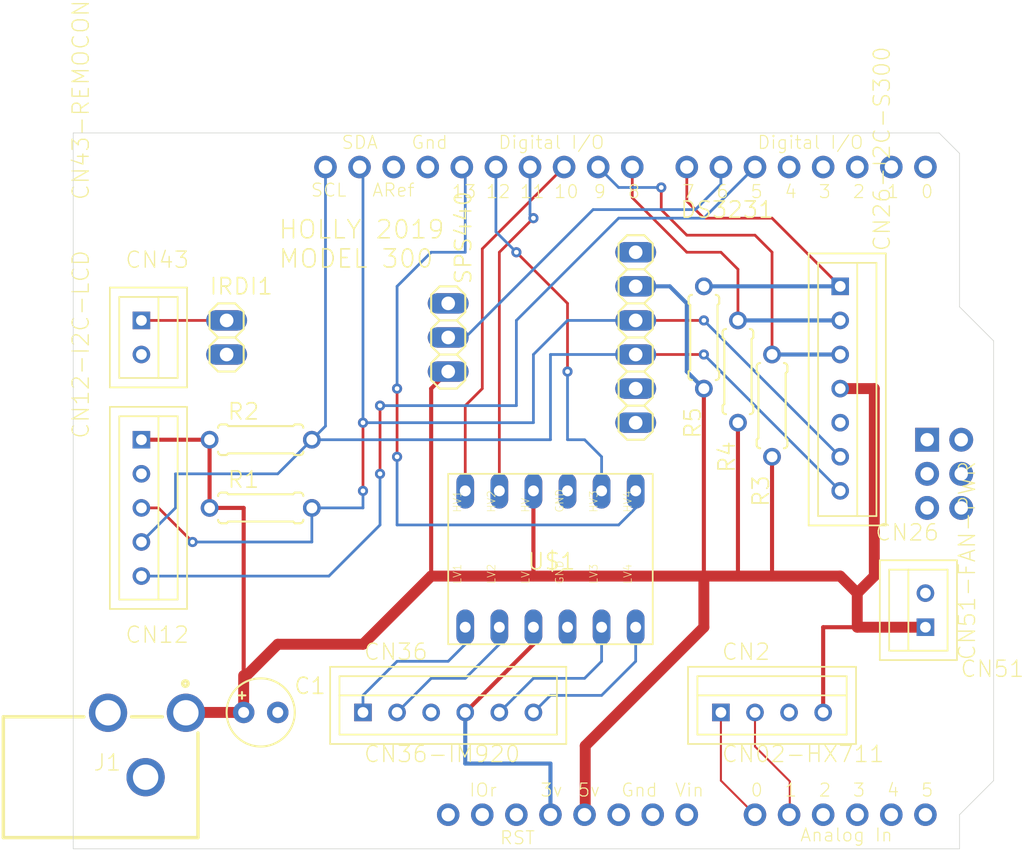
<source format=kicad_pcb>
(kicad_pcb (version 20171130) (host pcbnew 5.1.6-c6e7f7d~87~ubuntu18.04.1)

  (general
    (thickness 1.6)
    (drawings 10)
    (tracks 166)
    (zones 0)
    (modules 18)
    (nets 45)
  )

  (page A4)
  (layers
    (0 Top signal)
    (31 Bottom signal)
    (32 B.Adhes user)
    (33 F.Adhes user)
    (34 B.Paste user)
    (35 F.Paste user)
    (36 B.SilkS user)
    (37 F.SilkS user)
    (38 B.Mask user)
    (39 F.Mask user)
    (40 Dwgs.User user)
    (41 Cmts.User user)
    (42 Eco1.User user)
    (43 Eco2.User user)
    (44 Edge.Cuts user)
    (45 Margin user)
    (46 B.CrtYd user)
    (47 F.CrtYd user)
    (48 B.Fab user)
    (49 F.Fab user)
  )

  (setup
    (last_trace_width 0.25)
    (trace_clearance 0.1524)
    (zone_clearance 0.508)
    (zone_45_only no)
    (trace_min 0.1524)
    (via_size 0.8)
    (via_drill 0.4)
    (via_min_size 0.4)
    (via_min_drill 0.3)
    (uvia_size 0.3)
    (uvia_drill 0.1)
    (uvias_allowed no)
    (uvia_min_size 0.2)
    (uvia_min_drill 0.1)
    (edge_width 0.05)
    (segment_width 0.2)
    (pcb_text_width 0.3)
    (pcb_text_size 1.5 1.5)
    (mod_edge_width 0.12)
    (mod_text_size 1 1)
    (mod_text_width 0.15)
    (pad_size 1.524 1.524)
    (pad_drill 0.762)
    (pad_to_mask_clearance 0.05)
    (aux_axis_origin 0 0)
    (visible_elements FFFFFF7F)
    (pcbplotparams
      (layerselection 0x010fc_ffffffff)
      (usegerberextensions false)
      (usegerberattributes true)
      (usegerberadvancedattributes true)
      (creategerberjobfile true)
      (excludeedgelayer true)
      (linewidth 0.100000)
      (plotframeref false)
      (viasonmask false)
      (mode 1)
      (useauxorigin false)
      (hpglpennumber 1)
      (hpglpenspeed 20)
      (hpglpendiameter 15.000000)
      (psnegative false)
      (psa4output false)
      (plotreference true)
      (plotvalue true)
      (plotinvisibletext false)
      (padsonsilk false)
      (subtractmaskfromsilk false)
      (outputformat 1)
      (mirror false)
      (drillshape 1)
      (scaleselection 1)
      (outputdirectory ""))
  )

  (net 0 "")
  (net 1 GND)
  (net 2 VIN)
  (net 3 +5V)
  (net 4 "Net-(M1-PadRESET_ICSP)")
  (net 5 "Net-(M1-Pad5V_ICSP)")
  (net 6 "Net-(M1-PadMISO)")
  (net 7 "Net-(M1-PadSCK)")
  (net 8 "Net-(M1-PadMOSI)")
  (net 9 "Net-(M1-PadRESERVED)")
  (net 10 "Net-(M1-PadIOREF)")
  (net 11 "Net-(CN12-PadP$4)")
  (net 12 "Net-(CN12-PadP$3)")
  (net 13 "Net-(M1-PadRESET)")
  (net 14 "Net-(CN36-PadP$4)")
  (net 15 "Net-(M1-PadGND@2)")
  (net 16 "Net-(M1-PadA5)")
  (net 17 "Net-(M1-PadA4)")
  (net 18 "Net-(M1-PadA3)")
  (net 19 "Net-(M1-PadA2)")
  (net 20 "Net-(M1-PadAREF)")
  (net 21 "Net-(M1-PadD13)")
  (net 22 "Net-(M1-PadD12)")
  (net 23 "Net-(M1-PadD11)")
  (net 24 "Net-(M1-PadD10)")
  (net 25 "Net-(CN26-PadP$3)")
  (net 26 "Net-(CN26-PadP$2)")
  (net 27 "Net-(CN26-PadP$1)")
  (net 28 "Net-(M1-PadD6)")
  (net 29 "Net-(CN12-PadP$5)")
  (net 30 "Net-(M1-PadD0)")
  (net 31 "Net-(M1-PadD1)")
  (net 32 "Net-(M1-PadD2)")
  (net 33 "Net-(M1-PadD3)")
  (net 34 "Net-(M1-PadD4)")
  (net 35 "Net-(CN36-PadP$6)")
  (net 36 "Net-(CN36-PadP$5)")
  (net 37 "Net-(CN36-PadP$2)")
  (net 38 "Net-(CN36-PadP$1)")
  (net 39 "Net-(CN43-PadP$1)")
  (net 40 "Net-(DS3231-Pad2)")
  (net 41 "Net-(DS3231-Pad1)")
  (net 42 "Net-(J1-Pad3)")
  (net 43 "Net-(CN2-PadP$2)")
  (net 44 "Net-(CN2-PadP$1)")

  (net_class Default "This is the default net class."
    (clearance 0.1524)
    (trace_width 0.25)
    (via_dia 0.8)
    (via_drill 0.4)
    (uvia_dia 0.3)
    (uvia_drill 0.1)
    (add_net +5V)
    (add_net GND)
    (add_net "Net-(CN12-PadP$3)")
    (add_net "Net-(CN12-PadP$4)")
    (add_net "Net-(CN12-PadP$5)")
    (add_net "Net-(CN2-PadP$1)")
    (add_net "Net-(CN2-PadP$2)")
    (add_net "Net-(CN26-PadP$1)")
    (add_net "Net-(CN26-PadP$2)")
    (add_net "Net-(CN26-PadP$3)")
    (add_net "Net-(CN36-PadP$1)")
    (add_net "Net-(CN36-PadP$2)")
    (add_net "Net-(CN36-PadP$4)")
    (add_net "Net-(CN36-PadP$5)")
    (add_net "Net-(CN36-PadP$6)")
    (add_net "Net-(CN43-PadP$1)")
    (add_net "Net-(DS3231-Pad1)")
    (add_net "Net-(DS3231-Pad2)")
    (add_net "Net-(J1-Pad3)")
    (add_net "Net-(M1-Pad5V_ICSP)")
    (add_net "Net-(M1-PadA2)")
    (add_net "Net-(M1-PadA3)")
    (add_net "Net-(M1-PadA4)")
    (add_net "Net-(M1-PadA5)")
    (add_net "Net-(M1-PadAREF)")
    (add_net "Net-(M1-PadD0)")
    (add_net "Net-(M1-PadD1)")
    (add_net "Net-(M1-PadD10)")
    (add_net "Net-(M1-PadD11)")
    (add_net "Net-(M1-PadD12)")
    (add_net "Net-(M1-PadD13)")
    (add_net "Net-(M1-PadD2)")
    (add_net "Net-(M1-PadD3)")
    (add_net "Net-(M1-PadD4)")
    (add_net "Net-(M1-PadD6)")
    (add_net "Net-(M1-PadGND@2)")
    (add_net "Net-(M1-PadIOREF)")
    (add_net "Net-(M1-PadMISO)")
    (add_net "Net-(M1-PadMOSI)")
    (add_net "Net-(M1-PadRESERVED)")
    (add_net "Net-(M1-PadRESET)")
    (add_net "Net-(M1-PadRESET_ICSP)")
    (add_net "Net-(M1-PadSCK)")
    (add_net VIN)
  )

  (module aso15t:ARDUINOR3_ICSP (layer Top) (tedit 0) (tstamp 5F75ED78)
    (at 114.2111 131.6736)
    (path /89A59580)
    (fp_text reference M1 (at 0 0) (layer F.SilkS) hide
      (effects (font (size 1.27 1.27) (thickness 0.15)))
    )
    (fp_text value ARDUINO_R3_ICSP (at 0 0) (layer F.SilkS) hide
      (effects (font (size 1.27 1.27) (thickness 0.15)))
    )
    (fp_text user IOr (at 29.4539 -3.81) (layer F.SilkS)
      (effects (font (size 0.9652 0.9652) (thickness 0.08128)) (justify left bottom))
    )
    (fp_text user SDA (at 19.939 -52.07) (layer F.SilkS)
      (effects (font (size 0.9652 0.9652) (thickness 0.08128)) (justify left bottom))
    )
    (fp_text user SCL (at 17.653 -48.514) (layer F.SilkS)
      (effects (font (size 0.9652 0.9652) (thickness 0.08128)) (justify left bottom))
    )
    (fp_text user "Digital I/O" (at 50.927 -52.07) (layer F.SilkS)
      (effects (font (size 0.9652 0.9652) (thickness 0.08128)) (justify left bottom))
    )
    (fp_text user "Digital I/O" (at 31.623 -52.07) (layer F.SilkS)
      (effects (font (size 0.9652 0.9652) (thickness 0.08128)) (justify left bottom))
    )
    (fp_text user 0 (at 64.135 -49.53) (layer F.SilkS)
      (effects (font (size 0.9652 0.9652) (thickness 0.08128)) (justify right top))
    )
    (fp_text user 1 (at 61.595 -49.53) (layer F.SilkS)
      (effects (font (size 0.9652 0.9652) (thickness 0.08128)) (justify right top))
    )
    (fp_text user 2 (at 59.055 -49.53) (layer F.SilkS)
      (effects (font (size 0.9652 0.9652) (thickness 0.08128)) (justify right top))
    )
    (fp_text user 3 (at 56.515 -49.53) (layer F.SilkS)
      (effects (font (size 0.9652 0.9652) (thickness 0.08128)) (justify right top))
    )
    (fp_text user 4 (at 53.975 -49.53) (layer F.SilkS)
      (effects (font (size 0.9652 0.9652) (thickness 0.08128)) (justify right top))
    )
    (fp_text user 5 (at 51.435 -49.53) (layer F.SilkS)
      (effects (font (size 0.9652 0.9652) (thickness 0.08128)) (justify right top))
    )
    (fp_text user 6 (at 48.895 -49.53) (layer F.SilkS)
      (effects (font (size 0.9652 0.9652) (thickness 0.08128)) (justify right top))
    )
    (fp_text user 7 (at 46.355 -49.53) (layer F.SilkS)
      (effects (font (size 0.9652 0.9652) (thickness 0.08128)) (justify right top))
    )
    (fp_text user 8 (at 42.291 -49.53) (layer F.SilkS)
      (effects (font (size 0.9652 0.9652) (thickness 0.08128)) (justify right top))
    )
    (fp_text user 9 (at 39.751 -49.53) (layer F.SilkS)
      (effects (font (size 0.9652 0.9652) (thickness 0.08128)) (justify right top))
    )
    (fp_text user 10 (at 37.719 -49.53) (layer F.SilkS)
      (effects (font (size 0.9652 0.9652) (thickness 0.08128)) (justify right top))
    )
    (fp_text user 11 (at 35.179 -49.53) (layer F.SilkS)
      (effects (font (size 0.9652 0.9652) (thickness 0.08128)) (justify right top))
    )
    (fp_text user 12 (at 32.639 -49.53) (layer F.SilkS)
      (effects (font (size 0.9652 0.9652) (thickness 0.08128)) (justify right top))
    )
    (fp_text user 13 (at 30.099 -49.53) (layer F.SilkS)
      (effects (font (size 0.9652 0.9652) (thickness 0.08128)) (justify right top))
    )
    (fp_text user Gnd (at 25.146 -52.07) (layer F.SilkS)
      (effects (font (size 0.9652 0.9652) (thickness 0.08128)) (justify left bottom))
    )
    (fp_text user ARef (at 22.225 -48.514) (layer F.SilkS)
      (effects (font (size 0.9652 0.9652) (thickness 0.08128)) (justify left bottom))
    )
    (fp_text user 5 (at 63.119 -3.81) (layer F.SilkS)
      (effects (font (size 0.9652 0.9652) (thickness 0.08128)) (justify left bottom))
    )
    (fp_text user 4 (at 60.579 -3.81) (layer F.SilkS)
      (effects (font (size 0.9652 0.9652) (thickness 0.08128)) (justify left bottom))
    )
    (fp_text user 3 (at 58.039 -3.81) (layer F.SilkS)
      (effects (font (size 0.9652 0.9652) (thickness 0.08128)) (justify left bottom))
    )
    (fp_text user 2 (at 55.499 -3.81) (layer F.SilkS)
      (effects (font (size 0.9652 0.9652) (thickness 0.08128)) (justify left bottom))
    )
    (fp_text user 1 (at 52.959 -3.81) (layer F.SilkS)
      (effects (font (size 0.9652 0.9652) (thickness 0.08128)) (justify left bottom))
    )
    (fp_text user 0 (at 50.419 -3.81) (layer F.SilkS)
      (effects (font (size 0.9652 0.9652) (thickness 0.08128)) (justify left bottom))
    )
    (fp_text user "Analog In" (at 54.1121 -0.4623) (layer F.SilkS)
      (effects (font (size 0.9652 0.9652) (thickness 0.08128)) (justify left bottom))
    )
    (fp_text user Vin (at 44.7853 -3.81) (layer F.SilkS)
      (effects (font (size 0.9652 0.9652) (thickness 0.08128)) (justify left bottom))
    )
    (fp_text user Gnd (at 40.7771 -3.81) (layer F.SilkS)
      (effects (font (size 0.9652 0.9652) (thickness 0.08128)) (justify left bottom))
    )
    (fp_text user 5v (at 37.5463 -3.81) (layer F.SilkS)
      (effects (font (size 0.9652 0.9652) (thickness 0.08128)) (justify left bottom))
    )
    (fp_text user 3v (at 34.7523 -3.81) (layer F.SilkS)
      (effects (font (size 0.9652 0.9652) (thickness 0.08128)) (justify left bottom))
    )
    (fp_text user RST (at 31.7399 -0.254) (layer F.SilkS)
      (effects (font (size 0.9652 0.9652) (thickness 0.08128)) (justify left bottom))
    )
    (fp_circle (center 66.04 -7.62) (end 67.836 -7.62) (layer F.Fab) (width 0.127))
    (fp_circle (center 66.04 -35.56) (end 67.836 -35.56) (layer F.Fab) (width 0.127))
    (fp_circle (center 13.97 -2.54) (end 15.766 -2.54) (layer F.Fab) (width 0.127))
    (fp_circle (center 15.24 -50.8) (end 17.036 -50.8) (layer F.Fab) (width 0.127))
    (fp_line (start 0 -53.34) (end 0 0) (layer Edge.Cuts) (width 0.05))
    (fp_line (start 64.516 -53.34) (end 0 -53.34) (layer Edge.Cuts) (width 0.05))
    (fp_line (start 66.04 -51.816) (end 64.516 -53.34) (layer Edge.Cuts) (width 0.05))
    (fp_line (start 66.04 -40.386) (end 66.04 -51.816) (layer Edge.Cuts) (width 0.05))
    (fp_line (start 68.58 -37.846) (end 66.04 -40.386) (layer Edge.Cuts) (width 0.05))
    (fp_line (start 68.58 -5.08) (end 68.58 -37.846) (layer Edge.Cuts) (width 0.05))
    (fp_line (start 66.04 -2.54) (end 68.58 -5.08) (layer Edge.Cuts) (width 0.05))
    (fp_line (start 66.04 0) (end 66.04 -2.54) (layer Edge.Cuts) (width 0.05))
    (fp_line (start 0 0) (end 66.04 0) (layer Edge.Cuts) (width 0.05))
    (pad RESET_ICSP thru_hole circle (at 63.627 -25.4) (size 1.778 1.778) (drill 1) (layers *.Cu *.Mask)
      (net 4 "Net-(M1-PadRESET_ICSP)") (solder_mask_margin 0.1016))
    (pad GND@3 thru_hole circle (at 66.167 -25.4) (size 1.778 1.778) (drill 1) (layers *.Cu *.Mask)
      (net 1 GND) (solder_mask_margin 0.1016))
    (pad 5V_ICSP thru_hole circle (at 66.167 -30.48) (size 1.778 1.778) (drill 1) (layers *.Cu *.Mask)
      (net 5 "Net-(M1-Pad5V_ICSP)") (solder_mask_margin 0.1016))
    (pad MISO thru_hole rect (at 63.627 -30.48) (size 1.778 1.778) (drill 1) (layers *.Cu *.Mask)
      (net 6 "Net-(M1-PadMISO)") (solder_mask_margin 0.1016))
    (pad SCK thru_hole circle (at 63.627 -27.94) (size 1.778 1.778) (drill 1) (layers *.Cu *.Mask)
      (net 7 "Net-(M1-PadSCK)") (solder_mask_margin 0.1016))
    (pad MOSI thru_hole circle (at 66.167 -27.94) (size 1.778 1.778) (drill 1) (layers *.Cu *.Mask)
      (net 8 "Net-(M1-PadMOSI)") (solder_mask_margin 0.1016))
    (pad RESERVED thru_hole circle (at 27.94 -2.54) (size 1.6764 1.6764) (drill 1) (layers *.Cu *.Mask)
      (net 9 "Net-(M1-PadRESERVED)") (solder_mask_margin 0.1016))
    (pad IOREF thru_hole circle (at 30.48 -2.54) (size 1.6764 1.6764) (drill 1) (layers *.Cu *.Mask)
      (net 10 "Net-(M1-PadIOREF)") (solder_mask_margin 0.1016))
    (pad SCL thru_hole circle (at 18.796 -50.8) (size 1.6764 1.6764) (drill 1) (layers *.Cu *.Mask)
      (net 11 "Net-(CN12-PadP$4)") (solder_mask_margin 0.1016))
    (pad SDA thru_hole circle (at 21.336 -50.8) (size 1.6764 1.6764) (drill 1) (layers *.Cu *.Mask)
      (net 12 "Net-(CN12-PadP$3)") (solder_mask_margin 0.1016))
    (pad RESET thru_hole circle (at 33.02 -2.54) (size 1.6764 1.6764) (drill 1) (layers *.Cu *.Mask)
      (net 13 "Net-(M1-PadRESET)") (solder_mask_margin 0.1016))
    (pad 3V thru_hole circle (at 35.56 -2.54) (size 1.6764 1.6764) (drill 1) (layers *.Cu *.Mask)
      (net 14 "Net-(CN36-PadP$4)") (solder_mask_margin 0.1016))
    (pad 5V thru_hole circle (at 38.1 -2.54) (size 1.6764 1.6764) (drill 1) (layers *.Cu *.Mask)
      (net 3 +5V) (solder_mask_margin 0.1016))
    (pad GND@2 thru_hole circle (at 40.64 -2.54) (size 1.6764 1.6764) (drill 1) (layers *.Cu *.Mask)
      (net 15 "Net-(M1-PadGND@2)") (solder_mask_margin 0.1016))
    (pad GND@1 thru_hole circle (at 43.18 -2.54) (size 1.6764 1.6764) (drill 1) (layers *.Cu *.Mask)
      (net 1 GND) (solder_mask_margin 0.1016))
    (pad VIN thru_hole circle (at 45.72 -2.54) (size 1.6764 1.6764) (drill 1) (layers *.Cu *.Mask)
      (net 2 VIN) (solder_mask_margin 0.1016))
    (pad A5 thru_hole circle (at 63.5 -2.54) (size 1.6764 1.6764) (drill 1) (layers *.Cu *.Mask)
      (net 16 "Net-(M1-PadA5)") (solder_mask_margin 0.1016))
    (pad A4 thru_hole circle (at 60.96 -2.54) (size 1.6764 1.6764) (drill 1) (layers *.Cu *.Mask)
      (net 17 "Net-(M1-PadA4)") (solder_mask_margin 0.1016))
    (pad A3 thru_hole circle (at 58.42 -2.54) (size 1.6764 1.6764) (drill 1) (layers *.Cu *.Mask)
      (net 18 "Net-(M1-PadA3)") (solder_mask_margin 0.1016))
    (pad A2 thru_hole circle (at 55.88 -2.54) (size 1.6764 1.6764) (drill 1) (layers *.Cu *.Mask)
      (net 19 "Net-(M1-PadA2)") (solder_mask_margin 0.1016))
    (pad A1 thru_hole circle (at 53.34 -2.54) (size 1.6764 1.6764) (drill 1) (layers *.Cu *.Mask)
      (net 43 "Net-(CN2-PadP$2)") (solder_mask_margin 0.1016))
    (pad AREF thru_hole circle (at 23.876 -50.8) (size 1.6764 1.6764) (drill 1) (layers *.Cu *.Mask)
      (net 20 "Net-(M1-PadAREF)") (solder_mask_margin 0.1016))
    (pad GND thru_hole circle (at 26.416 -50.8) (size 1.6764 1.6764) (drill 1) (layers *.Cu *.Mask)
      (net 1 GND) (solder_mask_margin 0.1016))
    (pad D13 thru_hole circle (at 28.956 -50.8) (size 1.6764 1.6764) (drill 1) (layers *.Cu *.Mask)
      (net 21 "Net-(M1-PadD13)") (solder_mask_margin 0.1016))
    (pad D12 thru_hole circle (at 31.496 -50.8) (size 1.6764 1.6764) (drill 1) (layers *.Cu *.Mask)
      (net 22 "Net-(M1-PadD12)") (solder_mask_margin 0.1016))
    (pad D11 thru_hole circle (at 34.036 -50.8) (size 1.6764 1.6764) (drill 1) (layers *.Cu *.Mask)
      (net 23 "Net-(M1-PadD11)") (solder_mask_margin 0.1016))
    (pad D10 thru_hole circle (at 36.576 -50.8) (size 1.6764 1.6764) (drill 1) (layers *.Cu *.Mask)
      (net 24 "Net-(M1-PadD10)") (solder_mask_margin 0.1016))
    (pad D9 thru_hole circle (at 39.116 -50.8) (size 1.6764 1.6764) (drill 1) (layers *.Cu *.Mask)
      (net 25 "Net-(CN26-PadP$3)") (solder_mask_margin 0.1016))
    (pad D8 thru_hole circle (at 41.656 -50.8) (size 1.6764 1.6764) (drill 1) (layers *.Cu *.Mask)
      (net 26 "Net-(CN26-PadP$2)") (solder_mask_margin 0.1016))
    (pad D7 thru_hole circle (at 45.72 -50.8) (size 1.6764 1.6764) (drill 1) (layers *.Cu *.Mask)
      (net 27 "Net-(CN26-PadP$1)") (solder_mask_margin 0.1016))
    (pad D6 thru_hole circle (at 48.26 -50.8) (size 1.6764 1.6764) (drill 1) (layers *.Cu *.Mask)
      (net 28 "Net-(M1-PadD6)") (solder_mask_margin 0.1016))
    (pad D5 thru_hole circle (at 50.8 -50.8) (size 1.6764 1.6764) (drill 1) (layers *.Cu *.Mask)
      (net 29 "Net-(CN12-PadP$5)") (solder_mask_margin 0.1016))
    (pad D0 thru_hole circle (at 63.5 -50.8) (size 1.6764 1.6764) (drill 1) (layers *.Cu *.Mask)
      (net 30 "Net-(M1-PadD0)") (solder_mask_margin 0.1016))
    (pad D1 thru_hole circle (at 60.96 -50.8) (size 1.6764 1.6764) (drill 1) (layers *.Cu *.Mask)
      (net 31 "Net-(M1-PadD1)") (solder_mask_margin 0.1016))
    (pad D2 thru_hole circle (at 58.42 -50.8) (size 1.6764 1.6764) (drill 1) (layers *.Cu *.Mask)
      (net 32 "Net-(M1-PadD2)") (solder_mask_margin 0.1016))
    (pad D3 thru_hole circle (at 55.88 -50.8) (size 1.6764 1.6764) (drill 1) (layers *.Cu *.Mask)
      (net 33 "Net-(M1-PadD3)") (solder_mask_margin 0.1016))
    (pad A0 thru_hole circle (at 50.8 -2.54) (size 1.6764 1.6764) (drill 1) (layers *.Cu *.Mask)
      (net 44 "Net-(CN2-PadP$1)") (solder_mask_margin 0.1016))
    (pad D4 thru_hole circle (at 53.34 -50.8) (size 1.6764 1.6764) (drill 1) (layers *.Cu *.Mask)
      (net 34 "Net-(M1-PadD4)") (solder_mask_margin 0.1016))
  )

  (module aso15t:B4B-XH (layer Top) (tedit 0) (tstamp 5F75EDCF)
    (at 166.2811 121.5136)
    (descr "<b>JST XH Connector</b>\n\n<p>JST 2.54mm connector. Folded beam contact, box-shaped shrouded header, header with a boss, interchangeability, conformance to the HA terminal</p>\n\n<p>Datasheet: <a href=\"http://www.jst-mfg.com/product/pdf/eng/eXH.pdf\"> eXH.pdf</a></p>")
    (path /2C3D3819)
    (fp_text reference CN2 (at -3.81 -3.81) (layer F.SilkS)
      (effects (font (size 1.2065 1.2065) (thickness 0.09652)) (justify left bottom))
    )
    (fp_text value CN02-HX711 (at -3.81 3.81) (layer F.SilkS)
      (effects (font (size 1.2065 1.2065) (thickness 0.09652)) (justify left bottom))
    )
    (fp_line (start -5.56 -1.27) (end 5.56 -1.27) (layer F.SilkS) (width 0.127))
    (fp_line (start -5.56 -1.27) (end -5.56 -2.7) (layer F.SilkS) (width 0.127))
    (fp_line (start -5.56 1.65) (end -5.56 -1.27) (layer F.SilkS) (width 0.127))
    (fp_line (start 5.56 1.65) (end -5.56 1.65) (layer F.SilkS) (width 0.127))
    (fp_line (start 5.56 -1.27) (end 5.56 1.65) (layer F.SilkS) (width 0.127))
    (fp_line (start 5.56 -2.7) (end 5.56 -1.27) (layer F.SilkS) (width 0.127))
    (fp_line (start -5.56 -2.7) (end 5.56 -2.7) (layer F.SilkS) (width 0.127))
    (fp_line (start -6.26 2.35) (end -6.26 -3.4) (layer F.SilkS) (width 0.127))
    (fp_line (start 6.26 2.35) (end -6.26 2.35) (layer F.SilkS) (width 0.127))
    (fp_line (start 6.26 -3.4) (end 6.26 2.35) (layer F.SilkS) (width 0.127))
    (fp_line (start -6.26 -3.4) (end 6.26 -3.4) (layer F.SilkS) (width 0.127))
    (pad P$4 thru_hole circle (at 3.81 0) (size 1.308 1.308) (drill 0.8) (layers *.Cu *.Mask)
      (net 3 +5V) (solder_mask_margin 0.1016))
    (pad P$3 thru_hole circle (at 1.27 0) (size 1.308 1.308) (drill 0.8) (layers *.Cu *.Mask)
      (net 1 GND) (solder_mask_margin 0.1016))
    (pad P$2 thru_hole circle (at -1.27 0) (size 1.308 1.308) (drill 0.8) (layers *.Cu *.Mask)
      (net 43 "Net-(CN2-PadP$2)") (solder_mask_margin 0.1016))
    (pad P$1 thru_hole rect (at -3.81 0) (size 1.308 1.308) (drill 0.8) (layers *.Cu *.Mask)
      (net 44 "Net-(CN2-PadP$1)") (solder_mask_margin 0.1016))
  )

  (module aso15t:B5B-XH (layer Top) (tedit 0) (tstamp 5F75EDE1)
    (at 119.2911 106.2736 270)
    (descr "<b>JST XH Connector</b>\n\n<p>JST 2.54mm connector. Folded beam contact, box-shaped shrouded header, header with a boss, interchangeability, conformance to the HA terminal</p>\n\n<p>Datasheet: <a href=\"http://www.jst-mfg.com/product/pdf/eng/eXH.pdf\"> eXH.pdf</a></p>")
    (path /E84EB747)
    (fp_text reference CN12 (at 10.16 1.27) (layer F.SilkS)
      (effects (font (size 1.2065 1.2065) (thickness 0.09652)) (justify left bottom))
    )
    (fp_text value CN12-I2C-LCD (at -5.08 3.81 90) (layer F.SilkS)
      (effects (font (size 1.2065 1.2065) (thickness 0.09652)) (justify left bottom))
    )
    (fp_line (start -6.83 -1.27) (end 6.83 -1.27) (layer F.SilkS) (width 0.127))
    (fp_line (start -6.83 -1.27) (end -6.83 -2.7) (layer F.SilkS) (width 0.127))
    (fp_line (start -6.83 1.65) (end -6.83 -1.27) (layer F.SilkS) (width 0.127))
    (fp_line (start 6.83 1.65) (end -6.83 1.65) (layer F.SilkS) (width 0.127))
    (fp_line (start 6.83 -1.27) (end 6.83 1.65) (layer F.SilkS) (width 0.127))
    (fp_line (start 6.83 -2.7) (end 6.83 -1.27) (layer F.SilkS) (width 0.127))
    (fp_line (start -6.83 -2.7) (end 6.83 -2.7) (layer F.SilkS) (width 0.127))
    (fp_line (start -7.53 2.35) (end -7.53 -3.4) (layer F.SilkS) (width 0.127))
    (fp_line (start 7.53 2.35) (end -7.53 2.35) (layer F.SilkS) (width 0.127))
    (fp_line (start 7.53 -3.4) (end 7.53 2.35) (layer F.SilkS) (width 0.127))
    (fp_line (start -7.53 -3.4) (end 7.53 -3.4) (layer F.SilkS) (width 0.127))
    (pad P$5 thru_hole circle (at 5.08 0 270) (size 1.308 1.308) (drill 0.8) (layers *.Cu *.Mask)
      (net 29 "Net-(CN12-PadP$5)") (solder_mask_margin 0.1016))
    (pad P$4 thru_hole circle (at 2.54 0 270) (size 1.308 1.308) (drill 0.8) (layers *.Cu *.Mask)
      (net 11 "Net-(CN12-PadP$4)") (solder_mask_margin 0.1016))
    (pad P$3 thru_hole circle (at 0 0 270) (size 1.308 1.308) (drill 0.8) (layers *.Cu *.Mask)
      (net 12 "Net-(CN12-PadP$3)") (solder_mask_margin 0.1016))
    (pad P$2 thru_hole circle (at -2.54 0 270) (size 1.308 1.308) (drill 0.8) (layers *.Cu *.Mask)
      (net 1 GND) (solder_mask_margin 0.1016))
    (pad P$1 thru_hole rect (at -5.08 0 270) (size 1.308 1.308) (drill 0.8) (layers *.Cu *.Mask)
      (net 3 +5V) (solder_mask_margin 0.1016))
  )

  (module aso15t:B6B-XH (layer Top) (tedit 0) (tstamp 5F75EDF4)
    (at 142.1511 121.5136)
    (descr "<b>JST XH Connector</b>\n\n<p>JST 2.54mm connector. Folded beam contact, box-shaped shrouded header, header with a boss, interchangeability, conformance to the HA terminal</p>\n\n<p>Datasheet: <a href=\"http://www.jst-mfg.com/product/pdf/eng/eXH.pdf\"> eXH.pdf</a></p>")
    (path /B5391A12)
    (fp_text reference CN36 (at -6.35 -3.81) (layer F.SilkS)
      (effects (font (size 1.2065 1.2065) (thickness 0.09652)) (justify left bottom))
    )
    (fp_text value CN36-IM920 (at -6.35 3.81) (layer F.SilkS)
      (effects (font (size 1.2065 1.2065) (thickness 0.09652)) (justify left bottom))
    )
    (fp_line (start -8.1 -1.27) (end 8.1 -1.27) (layer F.SilkS) (width 0.127))
    (fp_line (start -8.1 -1.27) (end -8.1 -2.7) (layer F.SilkS) (width 0.127))
    (fp_line (start -8.1 1.65) (end -8.1 -1.27) (layer F.SilkS) (width 0.127))
    (fp_line (start 8.1 1.65) (end -8.1 1.65) (layer F.SilkS) (width 0.127))
    (fp_line (start 8.1 -1.27) (end 8.1 1.65) (layer F.SilkS) (width 0.127))
    (fp_line (start 8.1 -2.7) (end 8.1 -1.27) (layer F.SilkS) (width 0.127))
    (fp_line (start -8.1 -2.7) (end 8.1 -2.7) (layer F.SilkS) (width 0.127))
    (fp_line (start -8.8 2.35) (end -8.8 -3.4) (layer F.SilkS) (width 0.127))
    (fp_line (start 8.8 2.35) (end -8.8 2.35) (layer F.SilkS) (width 0.127))
    (fp_line (start 8.8 -3.4) (end 8.8 2.35) (layer F.SilkS) (width 0.127))
    (fp_line (start -8.8 -3.4) (end 8.8 -3.4) (layer F.SilkS) (width 0.127))
    (pad P$6 thru_hole circle (at 6.35 0) (size 1.308 1.308) (drill 0.8) (layers *.Cu *.Mask)
      (net 35 "Net-(CN36-PadP$6)") (solder_mask_margin 0.1016))
    (pad P$5 thru_hole circle (at 3.81 0) (size 1.308 1.308) (drill 0.8) (layers *.Cu *.Mask)
      (net 36 "Net-(CN36-PadP$5)") (solder_mask_margin 0.1016))
    (pad P$4 thru_hole circle (at 1.27 0) (size 1.308 1.308) (drill 0.8) (layers *.Cu *.Mask)
      (net 14 "Net-(CN36-PadP$4)") (solder_mask_margin 0.1016))
    (pad P$3 thru_hole circle (at -1.27 0) (size 1.308 1.308) (drill 0.8) (layers *.Cu *.Mask)
      (net 1 GND) (solder_mask_margin 0.1016))
    (pad P$2 thru_hole circle (at -3.81 0) (size 1.308 1.308) (drill 0.8) (layers *.Cu *.Mask)
      (net 37 "Net-(CN36-PadP$2)") (solder_mask_margin 0.1016))
    (pad P$1 thru_hole rect (at -6.35 0) (size 1.308 1.308) (drill 0.8) (layers *.Cu *.Mask)
      (net 38 "Net-(CN36-PadP$1)") (solder_mask_margin 0.1016))
  )

  (module aso15t:B7B-XH (layer Top) (tedit 0) (tstamp 5F75EE08)
    (at 171.3611 98.6536 270)
    (descr "<b>JST XH Connector</b>\n\n<p>JST 2.54mm connector. Folded beam contact, box-shaped shrouded header, header with a boss, interchangeability, conformance to the HA terminal</p>\n\n<p>Datasheet: <a href=\"http://www.jst-mfg.com/product/pdf/eng/eXH.pdf\"> eXH.pdf</a></p>")
    (path /2FE455E5)
    (fp_text reference CN26 (at 10.16 -2.54) (layer F.SilkS)
      (effects (font (size 1.2065 1.2065) (thickness 0.09652)) (justify left bottom))
    )
    (fp_text value CN26-I2C-S300 (at -11.43 -3.81 90) (layer F.SilkS)
      (effects (font (size 1.2065 1.2065) (thickness 0.09652)) (justify left bottom))
    )
    (fp_line (start -10.64 -1.27) (end 8.227 -1.27) (layer F.SilkS) (width 0.127))
    (fp_line (start -10.64 -1.27) (end -10.64 -2.7) (layer F.SilkS) (width 0.127))
    (fp_line (start -10.64 1.65) (end -10.64 -1.27) (layer F.SilkS) (width 0.127))
    (fp_line (start 8.227 1.65) (end -10.64 1.65) (layer F.SilkS) (width 0.127))
    (fp_line (start 8.227 -1.27) (end 8.227 1.65) (layer F.SilkS) (width 0.127))
    (fp_line (start 8.227 -2.7) (end 8.227 -1.27) (layer F.SilkS) (width 0.127))
    (fp_line (start -10.64 -2.7) (end 8.227 -2.7) (layer F.SilkS) (width 0.127))
    (fp_line (start -11.34 2.35) (end -11.34 -3.4) (layer F.SilkS) (width 0.127))
    (fp_line (start 8.927 2.35) (end -11.34 2.35) (layer F.SilkS) (width 0.127))
    (fp_line (start 8.927 -3.4) (end 8.927 2.35) (layer F.SilkS) (width 0.127))
    (fp_line (start -11.34 -3.4) (end 8.927 -3.4) (layer F.SilkS) (width 0.127))
    (pad P$7 thru_hole circle (at 6.35 0 270) (size 1.308 1.308) (drill 0.8) (layers *.Cu *.Mask)
      (net 11 "Net-(CN12-PadP$4)") (solder_mask_margin 0.1016))
    (pad P$6 thru_hole circle (at 3.81 0 270) (size 1.308 1.308) (drill 0.8) (layers *.Cu *.Mask)
      (net 12 "Net-(CN12-PadP$3)") (solder_mask_margin 0.1016))
    (pad P$5 thru_hole circle (at 1.27 0 270) (size 1.308 1.308) (drill 0.8) (layers *.Cu *.Mask)
      (net 1 GND) (solder_mask_margin 0.1016))
    (pad P$4 thru_hole circle (at -1.27 0 270) (size 1.308 1.308) (drill 0.8) (layers *.Cu *.Mask)
      (net 3 +5V) (solder_mask_margin 0.1016))
    (pad P$3 thru_hole circle (at -3.81 0 270) (size 1.308 1.308) (drill 0.8) (layers *.Cu *.Mask)
      (net 25 "Net-(CN26-PadP$3)") (solder_mask_margin 0.1016))
    (pad P$2 thru_hole circle (at -6.35 0 270) (size 1.308 1.308) (drill 0.8) (layers *.Cu *.Mask)
      (net 26 "Net-(CN26-PadP$2)") (solder_mask_margin 0.1016))
    (pad P$1 thru_hole rect (at -8.89 0 270) (size 1.308 1.308) (drill 0.8) (layers *.Cu *.Mask)
      (net 27 "Net-(CN26-PadP$1)") (solder_mask_margin 0.1016))
  )

  (module aso15t:B2B-XH (layer Top) (tedit 0) (tstamp 5F75EE1D)
    (at 177.7111 112.6236 90)
    (descr "<b>JST XH Connector</b>\n\n<p>JST 2.54mm connector. Folded beam contact, box-shaped shrouded header, header with a boss, interchangeability, conformance to the HA terminal</p>\n\n<p>Datasheet: <a href=\"http://www.jst-mfg.com/product/pdf/eng/eXH.pdf\"> eXH.pdf</a></p>")
    (path /02CC21DC)
    (fp_text reference CN51 (at -6.35 2.54) (layer F.SilkS)
      (effects (font (size 1.2065 1.2065) (thickness 0.09652)) (justify left bottom))
    )
    (fp_text value CN51-FAN-PWR (at -5.08 3.81 90) (layer F.SilkS)
      (effects (font (size 1.2065 1.2065) (thickness 0.09652)) (justify left bottom))
    )
    (fp_line (start -4.29 -1.27) (end 1.75 -1.27) (layer F.SilkS) (width 0.127))
    (fp_line (start -4.29 -1.27) (end -4.29 -2.7) (layer F.SilkS) (width 0.127))
    (fp_line (start -4.29 1.65) (end -4.29 -1.27) (layer F.SilkS) (width 0.127))
    (fp_line (start 1.75 1.65) (end -4.29 1.65) (layer F.SilkS) (width 0.127))
    (fp_line (start 1.75 -1.27) (end 1.75 1.65) (layer F.SilkS) (width 0.127))
    (fp_line (start 1.75 -2.7) (end 1.75 -1.27) (layer F.SilkS) (width 0.127))
    (fp_line (start -4.29 -2.7) (end 1.75 -2.7) (layer F.SilkS) (width 0.127))
    (fp_line (start -4.99 2.35) (end -4.99 -3.4) (layer F.SilkS) (width 0.127))
    (fp_line (start 2.45 2.35) (end -4.99 2.35) (layer F.SilkS) (width 0.127))
    (fp_line (start 2.45 -3.4) (end 2.45 2.35) (layer F.SilkS) (width 0.127))
    (fp_line (start -4.99 -3.4) (end 2.45 -3.4) (layer F.SilkS) (width 0.127))
    (pad P$2 thru_hole circle (at 0 0 90) (size 1.308 1.308) (drill 0.8) (layers *.Cu *.Mask)
      (net 1 GND) (solder_mask_margin 0.1016))
    (pad P$1 thru_hole rect (at -2.54 0 90) (size 1.308 1.308) (drill 0.8) (layers *.Cu *.Mask)
      (net 3 +5V) (solder_mask_margin 0.1016))
  )

  (module aso15t:B2B-XH (layer Top) (tedit 0) (tstamp 5F75EE2D)
    (at 119.2911 94.8436 270)
    (descr "<b>JST XH Connector</b>\n\n<p>JST 2.54mm connector. Folded beam contact, box-shaped shrouded header, header with a boss, interchangeability, conformance to the HA terminal</p>\n\n<p>Datasheet: <a href=\"http://www.jst-mfg.com/product/pdf/eng/eXH.pdf\"> eXH.pdf</a></p>")
    (path /F5AF4693)
    (fp_text reference CN43 (at -6.35 1.27) (layer F.SilkS)
      (effects (font (size 1.2065 1.2065) (thickness 0.09652)) (justify left bottom))
    )
    (fp_text value CN43-REMOCON (at -11.43 3.81 90) (layer F.SilkS)
      (effects (font (size 1.2065 1.2065) (thickness 0.09652)) (justify left bottom))
    )
    (fp_line (start -4.29 -1.27) (end 1.75 -1.27) (layer F.SilkS) (width 0.127))
    (fp_line (start -4.29 -1.27) (end -4.29 -2.7) (layer F.SilkS) (width 0.127))
    (fp_line (start -4.29 1.65) (end -4.29 -1.27) (layer F.SilkS) (width 0.127))
    (fp_line (start 1.75 1.65) (end -4.29 1.65) (layer F.SilkS) (width 0.127))
    (fp_line (start 1.75 -1.27) (end 1.75 1.65) (layer F.SilkS) (width 0.127))
    (fp_line (start 1.75 -2.7) (end 1.75 -1.27) (layer F.SilkS) (width 0.127))
    (fp_line (start -4.29 -2.7) (end 1.75 -2.7) (layer F.SilkS) (width 0.127))
    (fp_line (start -4.99 2.35) (end -4.99 -3.4) (layer F.SilkS) (width 0.127))
    (fp_line (start 2.45 2.35) (end -4.99 2.35) (layer F.SilkS) (width 0.127))
    (fp_line (start 2.45 -3.4) (end 2.45 2.35) (layer F.SilkS) (width 0.127))
    (fp_line (start -4.99 -3.4) (end 2.45 -3.4) (layer F.SilkS) (width 0.127))
    (pad P$2 thru_hole circle (at 0 0 270) (size 1.308 1.308) (drill 0.8) (layers *.Cu *.Mask)
      (net 1 GND) (solder_mask_margin 0.1016))
    (pad P$1 thru_hole rect (at -2.54 0 270) (size 1.308 1.308) (drill 0.8) (layers *.Cu *.Mask)
      (net 39 "Net-(CN43-PadP$1)") (solder_mask_margin 0.1016))
  )

  (module aso15t:1X06 (layer Top) (tedit 0) (tstamp 5F75EE3D)
    (at 156.1211 93.5736 90)
    (descr "<b>PIN HEADER</b>")
    (path /EFDCB063)
    (fp_text reference DS3231 (at 8.8138 3.2512) (layer F.SilkS)
      (effects (font (size 1.2065 1.2065) (thickness 0.12065)) (justify left bottom))
    )
    (fp_text value PINHD-1X6 (at -7.62 3.175 90) (layer F.Fab)
      (effects (font (size 1.2065 1.2065) (thickness 0.09652)) (justify left bottom))
    )
    (fp_poly (pts (xy 6.096 0.254) (xy 6.604 0.254) (xy 6.604 -0.254) (xy 6.096 -0.254)) (layer F.Fab) (width 0))
    (fp_poly (pts (xy -6.604 0.254) (xy -6.096 0.254) (xy -6.096 -0.254) (xy -6.604 -0.254)) (layer F.Fab) (width 0))
    (fp_poly (pts (xy -4.064 0.254) (xy -3.556 0.254) (xy -3.556 -0.254) (xy -4.064 -0.254)) (layer F.Fab) (width 0))
    (fp_poly (pts (xy -1.524 0.254) (xy -1.016 0.254) (xy -1.016 -0.254) (xy -1.524 -0.254)) (layer F.Fab) (width 0))
    (fp_poly (pts (xy 1.016 0.254) (xy 1.524 0.254) (xy 1.524 -0.254) (xy 1.016 -0.254)) (layer F.Fab) (width 0))
    (fp_poly (pts (xy 3.556 0.254) (xy 4.064 0.254) (xy 4.064 -0.254) (xy 3.556 -0.254)) (layer F.Fab) (width 0))
    (fp_line (start 6.985 1.27) (end 5.715 1.27) (layer F.SilkS) (width 0.1524))
    (fp_line (start 5.08 0.635) (end 5.715 1.27) (layer F.SilkS) (width 0.1524))
    (fp_line (start 5.715 -1.27) (end 5.08 -0.635) (layer F.SilkS) (width 0.1524))
    (fp_line (start 7.62 0.635) (end 6.985 1.27) (layer F.SilkS) (width 0.1524))
    (fp_line (start 7.62 -0.635) (end 7.62 0.635) (layer F.SilkS) (width 0.1524))
    (fp_line (start 6.985 -1.27) (end 7.62 -0.635) (layer F.SilkS) (width 0.1524))
    (fp_line (start 5.715 -1.27) (end 6.985 -1.27) (layer F.SilkS) (width 0.1524))
    (fp_line (start -5.715 1.27) (end -6.985 1.27) (layer F.SilkS) (width 0.1524))
    (fp_line (start -7.62 0.635) (end -6.985 1.27) (layer F.SilkS) (width 0.1524))
    (fp_line (start -6.985 -1.27) (end -7.62 -0.635) (layer F.SilkS) (width 0.1524))
    (fp_line (start -7.62 -0.635) (end -7.62 0.635) (layer F.SilkS) (width 0.1524))
    (fp_line (start -4.445 1.27) (end -5.08 0.635) (layer F.SilkS) (width 0.1524))
    (fp_line (start -3.175 1.27) (end -4.445 1.27) (layer F.SilkS) (width 0.1524))
    (fp_line (start -2.54 0.635) (end -3.175 1.27) (layer F.SilkS) (width 0.1524))
    (fp_line (start -2.54 -0.635) (end -2.54 0.635) (layer F.SilkS) (width 0.1524))
    (fp_line (start -3.175 -1.27) (end -2.54 -0.635) (layer F.SilkS) (width 0.1524))
    (fp_line (start -4.445 -1.27) (end -3.175 -1.27) (layer F.SilkS) (width 0.1524))
    (fp_line (start -5.08 -0.635) (end -4.445 -1.27) (layer F.SilkS) (width 0.1524))
    (fp_line (start -5.08 0.635) (end -5.715 1.27) (layer F.SilkS) (width 0.1524))
    (fp_line (start -5.08 -0.635) (end -5.08 0.635) (layer F.SilkS) (width 0.1524))
    (fp_line (start -5.715 -1.27) (end -5.08 -0.635) (layer F.SilkS) (width 0.1524))
    (fp_line (start -6.985 -1.27) (end -5.715 -1.27) (layer F.SilkS) (width 0.1524))
    (fp_line (start 1.905 1.27) (end 0.635 1.27) (layer F.SilkS) (width 0.1524))
    (fp_line (start 0 0.635) (end 0.635 1.27) (layer F.SilkS) (width 0.1524))
    (fp_line (start 0.635 -1.27) (end 0 -0.635) (layer F.SilkS) (width 0.1524))
    (fp_line (start -1.905 1.27) (end -2.54 0.635) (layer F.SilkS) (width 0.1524))
    (fp_line (start -0.635 1.27) (end -1.905 1.27) (layer F.SilkS) (width 0.1524))
    (fp_line (start 0 0.635) (end -0.635 1.27) (layer F.SilkS) (width 0.1524))
    (fp_line (start 0 -0.635) (end 0 0.635) (layer F.SilkS) (width 0.1524))
    (fp_line (start -0.635 -1.27) (end 0 -0.635) (layer F.SilkS) (width 0.1524))
    (fp_line (start -1.905 -1.27) (end -0.635 -1.27) (layer F.SilkS) (width 0.1524))
    (fp_line (start -2.54 -0.635) (end -1.905 -1.27) (layer F.SilkS) (width 0.1524))
    (fp_line (start 3.175 1.27) (end 2.54 0.635) (layer F.SilkS) (width 0.1524))
    (fp_line (start 4.445 1.27) (end 3.175 1.27) (layer F.SilkS) (width 0.1524))
    (fp_line (start 5.08 0.635) (end 4.445 1.27) (layer F.SilkS) (width 0.1524))
    (fp_line (start 5.08 -0.635) (end 5.08 0.635) (layer F.SilkS) (width 0.1524))
    (fp_line (start 4.445 -1.27) (end 5.08 -0.635) (layer F.SilkS) (width 0.1524))
    (fp_line (start 3.175 -1.27) (end 4.445 -1.27) (layer F.SilkS) (width 0.1524))
    (fp_line (start 2.54 -0.635) (end 3.175 -1.27) (layer F.SilkS) (width 0.1524))
    (fp_line (start 2.54 0.635) (end 1.905 1.27) (layer F.SilkS) (width 0.1524))
    (fp_line (start 2.54 -0.635) (end 2.54 0.635) (layer F.SilkS) (width 0.1524))
    (fp_line (start 1.905 -1.27) (end 2.54 -0.635) (layer F.SilkS) (width 0.1524))
    (fp_line (start 0.635 -1.27) (end 1.905 -1.27) (layer F.SilkS) (width 0.1524))
    (pad 6 thru_hole oval (at 6.35 0 180) (size 3.048 1.524) (drill 1.016) (layers *.Cu *.Mask)
      (net 1 GND) (solder_mask_margin 0.1016))
    (pad 5 thru_hole oval (at 3.81 0 180) (size 3.048 1.524) (drill 1.016) (layers *.Cu *.Mask)
      (net 3 +5V) (solder_mask_margin 0.1016))
    (pad 4 thru_hole oval (at 1.27 0 180) (size 3.048 1.524) (drill 1.016) (layers *.Cu *.Mask)
      (net 12 "Net-(CN12-PadP$3)") (solder_mask_margin 0.1016))
    (pad 3 thru_hole oval (at -1.27 0 180) (size 3.048 1.524) (drill 1.016) (layers *.Cu *.Mask)
      (net 11 "Net-(CN12-PadP$4)") (solder_mask_margin 0.1016))
    (pad 2 thru_hole oval (at -3.81 0 180) (size 3.048 1.524) (drill 1.016) (layers *.Cu *.Mask)
      (net 40 "Net-(DS3231-Pad2)") (solder_mask_margin 0.1016))
    (pad 1 thru_hole oval (at -6.35 0 180) (size 3.048 1.524) (drill 1.016) (layers *.Cu *.Mask)
      (net 41 "Net-(DS3231-Pad1)") (solder_mask_margin 0.1016))
  )

  (module aso15t:SFE-BOB-12009 (layer Top) (tedit 0) (tstamp 5F75EE77)
    (at 149.7711 110.0836 270)
    (descr <b>SFE-BOB-12009</b>)
    (path /BABD3B23)
    (fp_text reference U$1 (at 0.889 1.778) (layer F.SilkS)
      (effects (font (size 1.2065 1.2065) (thickness 0.12065)) (justify left bottom))
    )
    (fp_text value SFE-BOB-12009 (at -6.731 0.635 90) (layer F.Fab)
      (effects (font (size 1.2065 1.2065) (thickness 0.12065)) (justify left bottom))
    )
    (fp_text user LV1 (at 1.905 6.604 270) (layer F.SilkS)
      (effects (font (size 0.57912 0.57912) (thickness 0.048768)) (justify left bottom))
    )
    (fp_text user LV2 (at 1.905 4.064 270) (layer F.SilkS)
      (effects (font (size 0.57912 0.57912) (thickness 0.048768)) (justify left bottom))
    )
    (fp_text user LV (at 1.905 1.524 270) (layer F.SilkS)
      (effects (font (size 0.57912 0.57912) (thickness 0.048768)) (justify left bottom))
    )
    (fp_text user GND (at 1.905 -1.016 270) (layer F.SilkS)
      (effects (font (size 0.57912 0.57912) (thickness 0.048768)) (justify left bottom))
    )
    (fp_text user LV3 (at 1.905 -3.556 270) (layer F.SilkS)
      (effects (font (size 0.57912 0.57912) (thickness 0.048768)) (justify left bottom))
    )
    (fp_text user LV4 (at 1.905 -6.096 270) (layer F.SilkS)
      (effects (font (size 0.57912 0.57912) (thickness 0.048768)) (justify left bottom))
    )
    (fp_text user HV1 (at -3.429 6.604 270) (layer F.SilkS)
      (effects (font (size 0.57912 0.57912) (thickness 0.048768)) (justify left bottom))
    )
    (fp_text user HV2 (at -3.429 4.064 270) (layer F.SilkS)
      (effects (font (size 0.57912 0.57912) (thickness 0.048768)) (justify left bottom))
    )
    (fp_text user HV (at -3.429 1.524 270) (layer F.SilkS)
      (effects (font (size 0.57912 0.57912) (thickness 0.048768)) (justify left bottom))
    )
    (fp_text user GND (at -3.429 -1.016 270) (layer F.SilkS)
      (effects (font (size 0.57912 0.57912) (thickness 0.048768)) (justify left bottom))
    )
    (fp_text user HV3 (at -3.429 -3.556 270) (layer F.SilkS)
      (effects (font (size 0.57912 0.57912) (thickness 0.048768)) (justify left bottom))
    )
    (fp_text user HV4 (at -3.429 -6.096 270) (layer F.SilkS)
      (effects (font (size 0.57912 0.57912) (thickness 0.048768)) (justify left bottom))
    )
    (fp_line (start -6.35 7.62) (end -6.35 -7.62) (layer F.SilkS) (width 0.127))
    (fp_line (start 6.35 7.62) (end -6.35 7.62) (layer F.SilkS) (width 0.127))
    (fp_line (start 6.35 -7.62) (end 6.35 7.62) (layer F.SilkS) (width 0.127))
    (fp_line (start -6.35 -7.62) (end 6.35 -7.62) (layer F.SilkS) (width 0.127))
    (pad HV1 thru_hole oval (at -5.08 6.35 90) (size 2.6416 1.3208) (drill 0.8128) (layers *.Cu *.Mask)
      (net 24 "Net-(M1-PadD10)") (solder_mask_margin 0.1016))
    (pad HV2 thru_hole oval (at -5.08 3.81 90) (size 2.6416 1.3208) (drill 0.8128) (layers *.Cu *.Mask)
      (net 23 "Net-(M1-PadD11)") (solder_mask_margin 0.1016))
    (pad HV thru_hole oval (at -5.08 1.27 90) (size 2.6416 1.3208) (drill 0.8128) (layers *.Cu *.Mask)
      (net 3 +5V) (solder_mask_margin 0.1016))
    (pad HGND thru_hole oval (at -5.08 -1.27 90) (size 2.6416 1.3208) (drill 0.8128) (layers *.Cu *.Mask)
      (net 1 GND) (solder_mask_margin 0.1016))
    (pad HV3 thru_hole oval (at -5.08 -3.81 90) (size 2.6416 1.3208) (drill 0.8128) (layers *.Cu *.Mask)
      (net 22 "Net-(M1-PadD12)") (solder_mask_margin 0.1016))
    (pad LGND thru_hole oval (at 5.08 -1.27 90) (size 2.6416 1.3208) (drill 0.8128) (layers *.Cu *.Mask)
      (net 1 GND) (solder_mask_margin 0.1016))
    (pad LV3 thru_hole oval (at 5.08 -3.81 90) (size 2.6416 1.3208) (drill 0.8128) (layers *.Cu *.Mask)
      (net 36 "Net-(CN36-PadP$5)") (solder_mask_margin 0.1016))
    (pad LV thru_hole oval (at 5.08 1.27 90) (size 2.6416 1.3208) (drill 0.8128) (layers *.Cu *.Mask)
      (net 14 "Net-(CN36-PadP$4)") (solder_mask_margin 0.1016))
    (pad LV2 thru_hole oval (at 5.08 3.81 90) (size 2.6416 1.3208) (drill 0.8128) (layers *.Cu *.Mask)
      (net 37 "Net-(CN36-PadP$2)") (solder_mask_margin 0.1016))
    (pad HV4 thru_hole oval (at -5.08 -6.35 90) (size 2.6416 1.3208) (drill 0.8128) (layers *.Cu *.Mask)
      (net 21 "Net-(M1-PadD13)") (solder_mask_margin 0.1016))
    (pad LV4 thru_hole oval (at 5.08 -6.35 90) (size 2.6416 1.3208) (drill 0.8128) (layers *.Cu *.Mask)
      (net 35 "Net-(CN36-PadP$6)") (solder_mask_margin 0.1016))
    (pad LV1 thru_hole oval (at 5.08 6.35 90) (size 2.6416 1.3208) (drill 0.8128) (layers *.Cu *.Mask)
      (net 38 "Net-(CN36-PadP$1)") (solder_mask_margin 0.1016))
  )

  (module aso15t:18742 (layer Top) (tedit 0) (tstamp 5F75EE96)
    (at 109.0041 126.3396)
    (descr "<b>18742</b><br>\n")
    (path /2CE6A523)
    (fp_text reference J1 (at 7.748 -1.091) (layer F.SilkS)
      (effects (font (size 1.2065 1.2065) (thickness 0.09652)))
    )
    (fp_text value 18742 (at 9.018 2.719) (layer F.Fab)
      (effects (font (size 1.2065 1.2065) (thickness 0.09652)))
    )
    (fp_circle (center 13.563 -6.977) (end 13.637 -6.977) (layer F.SilkS) (width 0.254))
    (fp_line (start 9.55 -4.5) (end 11.85 -4.5) (layer F.SilkS) (width 0.254))
    (fp_line (start 0 -4.5) (end 6 -4.5) (layer F.SilkS) (width 0.254))
    (fp_line (start 14.5 4.5) (end 14.5 -3.3) (layer F.SilkS) (width 0.254))
    (fp_line (start 0 4.5) (end 14.5 4.5) (layer F.SilkS) (width 0.254))
    (fp_line (start 0 -4.5) (end 0 4.5) (layer F.SilkS) (width 0.254))
    (fp_line (start 0 -4.5) (end 0 4.5) (layer F.Fab) (width 0.254))
    (fp_line (start 14.5 -4.5) (end 0 -4.5) (layer F.Fab) (width 0.254))
    (fp_line (start 14.5 4.5) (end 14.5 -4.5) (layer F.Fab) (width 0.254))
    (fp_line (start 0 4.5) (end 14.5 4.5) (layer F.Fab) (width 0.254))
    (pad 3 thru_hole circle (at 10.6 0) (size 2.85 2.85) (drill 1.89) (layers *.Cu *.Mask)
      (net 42 "Net-(J1-Pad3)") (solder_mask_margin 0.1016))
    (pad 2 thru_hole circle (at 7.8 -4.8) (size 2.85 2.85) (drill 1.89) (layers *.Cu *.Mask)
      (net 1 GND) (solder_mask_margin 0.1016))
    (pad 1 thru_hole circle (at 13.6 -4.8) (size 2.85 2.85) (drill 1.89) (layers *.Cu *.Mask)
      (net 3 +5V) (solder_mask_margin 0.1016))
  )

  (module aso15t:E2,5-5 (layer Top) (tedit 0) (tstamp 5F75EEA6)
    (at 128.1811 121.5136)
    (descr "<b>ELECTROLYTIC CAPACITOR</b><p>\ngrid 2.54 mm, diameter 5 mm")
    (path /BEAE5552)
    (fp_text reference C1 (at 2.413 -1.27) (layer F.SilkS)
      (effects (font (size 1.2065 1.2065) (thickness 0.12065)) (justify left bottom))
    )
    (fp_text value 10uF/50V (at -2.667 3.683) (layer F.Fab)
      (effects (font (size 1.2065 1.2065) (thickness 0.12065)) (justify left bottom))
    )
    (fp_poly (pts (xy 0.254 1.27) (xy 0.762 1.27) (xy 0.762 -1.27) (xy 0.254 -1.27)) (layer F.Fab) (width 0))
    (fp_circle (center 0 0) (end 2.54 0) (layer F.SilkS) (width 0.1524))
    (fp_line (start 0.635 0) (end 1.651 0) (layer F.Fab) (width 0.1524))
    (fp_line (start -0.762 -1.27) (end -0.762 0) (layer F.Fab) (width 0.1524))
    (fp_line (start -0.254 -1.27) (end -0.762 -1.27) (layer F.Fab) (width 0.1524))
    (fp_line (start -0.254 1.27) (end -0.254 -1.27) (layer F.Fab) (width 0.1524))
    (fp_line (start -0.762 1.27) (end -0.254 1.27) (layer F.Fab) (width 0.1524))
    (fp_line (start -0.762 0) (end -0.762 1.27) (layer F.Fab) (width 0.1524))
    (fp_line (start -1.651 0) (end -0.762 0) (layer F.Fab) (width 0.1524))
    (fp_line (start -1.397 -1.27) (end -1.397 -1.524) (layer F.SilkS) (width 0.1524))
    (fp_line (start -1.397 -1.27) (end -1.143 -1.27) (layer F.SilkS) (width 0.1524))
    (fp_line (start -1.397 -1.016) (end -1.397 -1.27) (layer F.SilkS) (width 0.1524))
    (fp_line (start -1.651 -1.27) (end -1.397 -1.27) (layer F.SilkS) (width 0.1524))
    (pad + thru_hole circle (at -1.27 0) (size 1.6002 1.6002) (drill 0.8128) (layers *.Cu *.Mask)
      (net 3 +5V) (solder_mask_margin 0.1016))
    (pad - thru_hole circle (at 1.27 0) (size 1.6002 1.6002) (drill 0.8128) (layers *.Cu *.Mask)
      (net 1 GND) (solder_mask_margin 0.1016))
  )

  (module aso15t:0207_7 (layer Top) (tedit 0) (tstamp 5F75EEB8)
    (at 128.1811 106.2736)
    (descr "<b>RESISTOR</b><p>\ntype 0207, grid 7.5 mm")
    (path /4B3B8125)
    (fp_text reference R1 (at -2.54 -1.397) (layer F.SilkS)
      (effects (font (size 1.2065 1.2065) (thickness 0.12065)) (justify left bottom))
    )
    (fp_text value 1k (at -2.286 0.5588) (layer F.Fab)
      (effects (font (size 1.2065 1.2065) (thickness 0.12065)) (justify left bottom))
    )
    (fp_poly (pts (xy 3.175 0.3048) (xy 3.429 0.3048) (xy 3.429 -0.3048) (xy 3.175 -0.3048)) (layer F.Fab) (width 0))
    (fp_poly (pts (xy -3.429 0.3048) (xy -3.175 0.3048) (xy -3.175 -0.3048) (xy -3.429 -0.3048)) (layer F.Fab) (width 0))
    (fp_line (start 3.429 0) (end 3.81 0) (layer F.Fab) (width 0.6096))
    (fp_line (start 3.175 0.889) (end 3.175 -0.889) (layer F.Fab) (width 0.1524))
    (fp_line (start 2.921 1.143) (end 2.54 1.143) (layer F.SilkS) (width 0.1524))
    (fp_line (start 2.921 -1.143) (end 2.54 -1.143) (layer F.SilkS) (width 0.1524))
    (fp_line (start 2.413 1.016) (end -2.413 1.016) (layer F.SilkS) (width 0.1524))
    (fp_line (start 2.413 1.016) (end 2.54 1.143) (layer F.SilkS) (width 0.1524))
    (fp_line (start 2.413 -1.016) (end -2.413 -1.016) (layer F.SilkS) (width 0.1524))
    (fp_line (start 2.413 -1.016) (end 2.54 -1.143) (layer F.SilkS) (width 0.1524))
    (fp_line (start -2.413 1.016) (end -2.54 1.143) (layer F.SilkS) (width 0.1524))
    (fp_line (start -2.921 1.143) (end -2.54 1.143) (layer F.SilkS) (width 0.1524))
    (fp_line (start -2.413 -1.016) (end -2.54 -1.143) (layer F.SilkS) (width 0.1524))
    (fp_line (start -2.921 -1.143) (end -2.54 -1.143) (layer F.SilkS) (width 0.1524))
    (fp_line (start -3.175 0.889) (end -3.175 -0.889) (layer F.Fab) (width 0.1524))
    (fp_arc (start 2.921 -0.889) (end 2.921 -1.143) (angle 90) (layer F.SilkS) (width 0.1524))
    (fp_arc (start 2.921 0.889) (end 2.921 1.143) (angle -90) (layer F.SilkS) (width 0.1524))
    (fp_arc (start -2.921 0.889) (end -3.175 0.889) (angle -90) (layer F.SilkS) (width 0.1524))
    (fp_arc (start -2.921 -0.889) (end -3.175 -0.889) (angle 90) (layer F.SilkS) (width 0.1524))
    (fp_line (start -3.81 0) (end -3.429 0) (layer F.Fab) (width 0.6096))
    (pad 2 thru_hole circle (at 3.81 0) (size 1.3208 1.3208) (drill 0.8128) (layers *.Cu *.Mask)
      (net 12 "Net-(CN12-PadP$3)") (solder_mask_margin 0.1016))
    (pad 1 thru_hole circle (at -3.81 0) (size 1.3208 1.3208) (drill 0.8128) (layers *.Cu *.Mask)
      (net 3 +5V) (solder_mask_margin 0.1016))
  )

  (module aso15t:0207_7 (layer Top) (tedit 0) (tstamp 5F75EED1)
    (at 128.1811 101.1936)
    (descr "<b>RESISTOR</b><p>\ntype 0207, grid 7.5 mm")
    (path /733DB3B0)
    (fp_text reference R2 (at -2.54 -1.397) (layer F.SilkS)
      (effects (font (size 1.2065 1.2065) (thickness 0.12065)) (justify left bottom))
    )
    (fp_text value 1k (at -2.286 0.5588) (layer F.Fab)
      (effects (font (size 1.2065 1.2065) (thickness 0.12065)) (justify left bottom))
    )
    (fp_poly (pts (xy 3.175 0.3048) (xy 3.429 0.3048) (xy 3.429 -0.3048) (xy 3.175 -0.3048)) (layer F.Fab) (width 0))
    (fp_poly (pts (xy -3.429 0.3048) (xy -3.175 0.3048) (xy -3.175 -0.3048) (xy -3.429 -0.3048)) (layer F.Fab) (width 0))
    (fp_line (start 3.429 0) (end 3.81 0) (layer F.Fab) (width 0.6096))
    (fp_line (start 3.175 0.889) (end 3.175 -0.889) (layer F.Fab) (width 0.1524))
    (fp_line (start 2.921 1.143) (end 2.54 1.143) (layer F.SilkS) (width 0.1524))
    (fp_line (start 2.921 -1.143) (end 2.54 -1.143) (layer F.SilkS) (width 0.1524))
    (fp_line (start 2.413 1.016) (end -2.413 1.016) (layer F.SilkS) (width 0.1524))
    (fp_line (start 2.413 1.016) (end 2.54 1.143) (layer F.SilkS) (width 0.1524))
    (fp_line (start 2.413 -1.016) (end -2.413 -1.016) (layer F.SilkS) (width 0.1524))
    (fp_line (start 2.413 -1.016) (end 2.54 -1.143) (layer F.SilkS) (width 0.1524))
    (fp_line (start -2.413 1.016) (end -2.54 1.143) (layer F.SilkS) (width 0.1524))
    (fp_line (start -2.921 1.143) (end -2.54 1.143) (layer F.SilkS) (width 0.1524))
    (fp_line (start -2.413 -1.016) (end -2.54 -1.143) (layer F.SilkS) (width 0.1524))
    (fp_line (start -2.921 -1.143) (end -2.54 -1.143) (layer F.SilkS) (width 0.1524))
    (fp_line (start -3.175 0.889) (end -3.175 -0.889) (layer F.Fab) (width 0.1524))
    (fp_arc (start 2.921 -0.889) (end 2.921 -1.143) (angle 90) (layer F.SilkS) (width 0.1524))
    (fp_arc (start 2.921 0.889) (end 2.921 1.143) (angle -90) (layer F.SilkS) (width 0.1524))
    (fp_arc (start -2.921 0.889) (end -3.175 0.889) (angle -90) (layer F.SilkS) (width 0.1524))
    (fp_arc (start -2.921 -0.889) (end -3.175 -0.889) (angle 90) (layer F.SilkS) (width 0.1524))
    (fp_line (start -3.81 0) (end -3.429 0) (layer F.Fab) (width 0.6096))
    (pad 2 thru_hole circle (at 3.81 0) (size 1.3208 1.3208) (drill 0.8128) (layers *.Cu *.Mask)
      (net 11 "Net-(CN12-PadP$4)") (solder_mask_margin 0.1016))
    (pad 1 thru_hole circle (at -3.81 0) (size 1.3208 1.3208) (drill 0.8128) (layers *.Cu *.Mask)
      (net 3 +5V) (solder_mask_margin 0.1016))
  )

  (module aso15t:0207_7 (layer Top) (tedit 0) (tstamp 5F75EEEA)
    (at 166.2811 98.6536 90)
    (descr "<b>RESISTOR</b><p>\ntype 0207, grid 7.5 mm")
    (path /41183507)
    (fp_text reference R3 (at -7.62 -0.127 90) (layer F.SilkS)
      (effects (font (size 1.2065 1.2065) (thickness 0.12065)) (justify left bottom))
    )
    (fp_text value 4.7k (at -2.286 0.5588 90) (layer F.Fab)
      (effects (font (size 1.2065 1.2065) (thickness 0.12065)) (justify left bottom))
    )
    (fp_poly (pts (xy 3.175 0.3048) (xy 3.429 0.3048) (xy 3.429 -0.3048) (xy 3.175 -0.3048)) (layer F.Fab) (width 0))
    (fp_poly (pts (xy -3.429 0.3048) (xy -3.175 0.3048) (xy -3.175 -0.3048) (xy -3.429 -0.3048)) (layer F.Fab) (width 0))
    (fp_line (start 3.429 0) (end 3.81 0) (layer F.Fab) (width 0.6096))
    (fp_line (start 3.175 0.889) (end 3.175 -0.889) (layer F.Fab) (width 0.1524))
    (fp_line (start 2.921 1.143) (end 2.54 1.143) (layer F.SilkS) (width 0.1524))
    (fp_line (start 2.921 -1.143) (end 2.54 -1.143) (layer F.SilkS) (width 0.1524))
    (fp_line (start 2.413 1.016) (end -2.413 1.016) (layer F.SilkS) (width 0.1524))
    (fp_line (start 2.413 1.016) (end 2.54 1.143) (layer F.SilkS) (width 0.1524))
    (fp_line (start 2.413 -1.016) (end -2.413 -1.016) (layer F.SilkS) (width 0.1524))
    (fp_line (start 2.413 -1.016) (end 2.54 -1.143) (layer F.SilkS) (width 0.1524))
    (fp_line (start -2.413 1.016) (end -2.54 1.143) (layer F.SilkS) (width 0.1524))
    (fp_line (start -2.921 1.143) (end -2.54 1.143) (layer F.SilkS) (width 0.1524))
    (fp_line (start -2.413 -1.016) (end -2.54 -1.143) (layer F.SilkS) (width 0.1524))
    (fp_line (start -2.921 -1.143) (end -2.54 -1.143) (layer F.SilkS) (width 0.1524))
    (fp_line (start -3.175 0.889) (end -3.175 -0.889) (layer F.Fab) (width 0.1524))
    (fp_arc (start 2.921 -0.889) (end 2.921 -1.143) (angle 90) (layer F.SilkS) (width 0.1524))
    (fp_arc (start 2.921 0.889) (end 2.921 1.143) (angle -90) (layer F.SilkS) (width 0.1524))
    (fp_arc (start -2.921 0.889) (end -3.175 0.889) (angle -90) (layer F.SilkS) (width 0.1524))
    (fp_arc (start -2.921 -0.889) (end -3.175 -0.889) (angle 90) (layer F.SilkS) (width 0.1524))
    (fp_line (start -3.81 0) (end -3.429 0) (layer F.Fab) (width 0.6096))
    (pad 2 thru_hole circle (at 3.81 0 90) (size 1.3208 1.3208) (drill 0.8128) (layers *.Cu *.Mask)
      (net 25 "Net-(CN26-PadP$3)") (solder_mask_margin 0.1016))
    (pad 1 thru_hole circle (at -3.81 0 90) (size 1.3208 1.3208) (drill 0.8128) (layers *.Cu *.Mask)
      (net 3 +5V) (solder_mask_margin 0.1016))
  )

  (module aso15t:0207_7 (layer Top) (tedit 0) (tstamp 5F75EF03)
    (at 163.7411 96.1136 90)
    (descr "<b>RESISTOR</b><p>\ntype 0207, grid 7.5 mm")
    (path /FFC636DE)
    (fp_text reference R4 (at -7.62 -0.127 90) (layer F.SilkS)
      (effects (font (size 1.2065 1.2065) (thickness 0.12065)) (justify left bottom))
    )
    (fp_text value 4.7k (at -2.286 0.5588 90) (layer F.Fab)
      (effects (font (size 1.2065 1.2065) (thickness 0.12065)) (justify left bottom))
    )
    (fp_poly (pts (xy 3.175 0.3048) (xy 3.429 0.3048) (xy 3.429 -0.3048) (xy 3.175 -0.3048)) (layer F.Fab) (width 0))
    (fp_poly (pts (xy -3.429 0.3048) (xy -3.175 0.3048) (xy -3.175 -0.3048) (xy -3.429 -0.3048)) (layer F.Fab) (width 0))
    (fp_line (start 3.429 0) (end 3.81 0) (layer F.Fab) (width 0.6096))
    (fp_line (start 3.175 0.889) (end 3.175 -0.889) (layer F.Fab) (width 0.1524))
    (fp_line (start 2.921 1.143) (end 2.54 1.143) (layer F.SilkS) (width 0.1524))
    (fp_line (start 2.921 -1.143) (end 2.54 -1.143) (layer F.SilkS) (width 0.1524))
    (fp_line (start 2.413 1.016) (end -2.413 1.016) (layer F.SilkS) (width 0.1524))
    (fp_line (start 2.413 1.016) (end 2.54 1.143) (layer F.SilkS) (width 0.1524))
    (fp_line (start 2.413 -1.016) (end -2.413 -1.016) (layer F.SilkS) (width 0.1524))
    (fp_line (start 2.413 -1.016) (end 2.54 -1.143) (layer F.SilkS) (width 0.1524))
    (fp_line (start -2.413 1.016) (end -2.54 1.143) (layer F.SilkS) (width 0.1524))
    (fp_line (start -2.921 1.143) (end -2.54 1.143) (layer F.SilkS) (width 0.1524))
    (fp_line (start -2.413 -1.016) (end -2.54 -1.143) (layer F.SilkS) (width 0.1524))
    (fp_line (start -2.921 -1.143) (end -2.54 -1.143) (layer F.SilkS) (width 0.1524))
    (fp_line (start -3.175 0.889) (end -3.175 -0.889) (layer F.Fab) (width 0.1524))
    (fp_arc (start 2.921 -0.889) (end 2.921 -1.143) (angle 90) (layer F.SilkS) (width 0.1524))
    (fp_arc (start 2.921 0.889) (end 2.921 1.143) (angle -90) (layer F.SilkS) (width 0.1524))
    (fp_arc (start -2.921 0.889) (end -3.175 0.889) (angle -90) (layer F.SilkS) (width 0.1524))
    (fp_arc (start -2.921 -0.889) (end -3.175 -0.889) (angle 90) (layer F.SilkS) (width 0.1524))
    (fp_line (start -3.81 0) (end -3.429 0) (layer F.Fab) (width 0.6096))
    (pad 2 thru_hole circle (at 3.81 0 90) (size 1.3208 1.3208) (drill 0.8128) (layers *.Cu *.Mask)
      (net 26 "Net-(CN26-PadP$2)") (solder_mask_margin 0.1016))
    (pad 1 thru_hole circle (at -3.81 0 90) (size 1.3208 1.3208) (drill 0.8128) (layers *.Cu *.Mask)
      (net 3 +5V) (solder_mask_margin 0.1016))
  )

  (module aso15t:0207_7 (layer Top) (tedit 0) (tstamp 5F75EF1C)
    (at 161.2011 93.5736 90)
    (descr "<b>RESISTOR</b><p>\ntype 0207, grid 7.5 mm")
    (path /607EDF46)
    (fp_text reference R5 (at -7.62 -0.127 90) (layer F.SilkS)
      (effects (font (size 1.2065 1.2065) (thickness 0.12065)) (justify left bottom))
    )
    (fp_text value 4.7k (at -2.286 0.5588 90) (layer F.Fab)
      (effects (font (size 1.2065 1.2065) (thickness 0.12065)) (justify left bottom))
    )
    (fp_poly (pts (xy 3.175 0.3048) (xy 3.429 0.3048) (xy 3.429 -0.3048) (xy 3.175 -0.3048)) (layer F.Fab) (width 0))
    (fp_poly (pts (xy -3.429 0.3048) (xy -3.175 0.3048) (xy -3.175 -0.3048) (xy -3.429 -0.3048)) (layer F.Fab) (width 0))
    (fp_line (start 3.429 0) (end 3.81 0) (layer F.Fab) (width 0.6096))
    (fp_line (start 3.175 0.889) (end 3.175 -0.889) (layer F.Fab) (width 0.1524))
    (fp_line (start 2.921 1.143) (end 2.54 1.143) (layer F.SilkS) (width 0.1524))
    (fp_line (start 2.921 -1.143) (end 2.54 -1.143) (layer F.SilkS) (width 0.1524))
    (fp_line (start 2.413 1.016) (end -2.413 1.016) (layer F.SilkS) (width 0.1524))
    (fp_line (start 2.413 1.016) (end 2.54 1.143) (layer F.SilkS) (width 0.1524))
    (fp_line (start 2.413 -1.016) (end -2.413 -1.016) (layer F.SilkS) (width 0.1524))
    (fp_line (start 2.413 -1.016) (end 2.54 -1.143) (layer F.SilkS) (width 0.1524))
    (fp_line (start -2.413 1.016) (end -2.54 1.143) (layer F.SilkS) (width 0.1524))
    (fp_line (start -2.921 1.143) (end -2.54 1.143) (layer F.SilkS) (width 0.1524))
    (fp_line (start -2.413 -1.016) (end -2.54 -1.143) (layer F.SilkS) (width 0.1524))
    (fp_line (start -2.921 -1.143) (end -2.54 -1.143) (layer F.SilkS) (width 0.1524))
    (fp_line (start -3.175 0.889) (end -3.175 -0.889) (layer F.Fab) (width 0.1524))
    (fp_arc (start 2.921 -0.889) (end 2.921 -1.143) (angle 90) (layer F.SilkS) (width 0.1524))
    (fp_arc (start 2.921 0.889) (end 2.921 1.143) (angle -90) (layer F.SilkS) (width 0.1524))
    (fp_arc (start -2.921 0.889) (end -3.175 0.889) (angle -90) (layer F.SilkS) (width 0.1524))
    (fp_arc (start -2.921 -0.889) (end -3.175 -0.889) (angle 90) (layer F.SilkS) (width 0.1524))
    (fp_line (start -3.81 0) (end -3.429 0) (layer F.Fab) (width 0.6096))
    (pad 2 thru_hole circle (at 3.81 0 90) (size 1.3208 1.3208) (drill 0.8128) (layers *.Cu *.Mask)
      (net 27 "Net-(CN26-PadP$1)") (solder_mask_margin 0.1016))
    (pad 1 thru_hole circle (at -3.81 0 90) (size 1.3208 1.3208) (drill 0.8128) (layers *.Cu *.Mask)
      (net 3 +5V) (solder_mask_margin 0.1016))
  )

  (module aso15t:1X02 (layer Top) (tedit 0) (tstamp 5F75EF35)
    (at 125.6411 93.5736 270)
    (descr "<b>PIN HEADER</b>")
    (path /D03F740D)
    (fp_text reference IRDI1 (at -3.0988 1.3462) (layer F.SilkS)
      (effects (font (size 1.2065 1.2065) (thickness 0.12065)) (justify left bottom))
    )
    (fp_text value PINHD-1X2 (at -2.54 3.175 90) (layer F.Fab)
      (effects (font (size 1.2065 1.2065) (thickness 0.09652)) (justify left bottom))
    )
    (fp_poly (pts (xy 1.016 0.254) (xy 1.524 0.254) (xy 1.524 -0.254) (xy 1.016 -0.254)) (layer F.Fab) (width 0))
    (fp_poly (pts (xy -1.524 0.254) (xy -1.016 0.254) (xy -1.016 -0.254) (xy -1.524 -0.254)) (layer F.Fab) (width 0))
    (fp_line (start 0.635 1.27) (end 0 0.635) (layer F.SilkS) (width 0.1524))
    (fp_line (start 1.905 1.27) (end 0.635 1.27) (layer F.SilkS) (width 0.1524))
    (fp_line (start 2.54 0.635) (end 1.905 1.27) (layer F.SilkS) (width 0.1524))
    (fp_line (start 2.54 -0.635) (end 2.54 0.635) (layer F.SilkS) (width 0.1524))
    (fp_line (start 1.905 -1.27) (end 2.54 -0.635) (layer F.SilkS) (width 0.1524))
    (fp_line (start 0.635 -1.27) (end 1.905 -1.27) (layer F.SilkS) (width 0.1524))
    (fp_line (start 0 -0.635) (end 0.635 -1.27) (layer F.SilkS) (width 0.1524))
    (fp_line (start -0.635 1.27) (end -1.905 1.27) (layer F.SilkS) (width 0.1524))
    (fp_line (start -2.54 0.635) (end -1.905 1.27) (layer F.SilkS) (width 0.1524))
    (fp_line (start -1.905 -1.27) (end -2.54 -0.635) (layer F.SilkS) (width 0.1524))
    (fp_line (start -2.54 -0.635) (end -2.54 0.635) (layer F.SilkS) (width 0.1524))
    (fp_line (start 0 0.635) (end -0.635 1.27) (layer F.SilkS) (width 0.1524))
    (fp_line (start 0 -0.635) (end 0 0.635) (layer F.SilkS) (width 0.1524))
    (fp_line (start -0.635 -1.27) (end 0 -0.635) (layer F.SilkS) (width 0.1524))
    (fp_line (start -1.905 -1.27) (end -0.635 -1.27) (layer F.SilkS) (width 0.1524))
    (pad 2 thru_hole oval (at 1.27 0) (size 3.048 1.524) (drill 1.016) (layers *.Cu *.Mask)
      (net 1 GND) (solder_mask_margin 0.1016))
    (pad 1 thru_hole oval (at -1.27 0) (size 3.048 1.524) (drill 1.016) (layers *.Cu *.Mask)
      (net 39 "Net-(CN43-PadP$1)") (solder_mask_margin 0.1016))
  )

  (module aso15t:1X03 (layer Top) (tedit 0) (tstamp 5F75EF4B)
    (at 142.1511 93.5736 270)
    (descr "<b>PIN HEADER</b>")
    (path /C226E858)
    (fp_text reference SPS440 (at -3.8862 -1.8288 90) (layer F.SilkS)
      (effects (font (size 1.2065 1.2065) (thickness 0.12065)) (justify left bottom))
    )
    (fp_text value PINHD-1X3 (at -3.81 3.175 90) (layer F.Fab)
      (effects (font (size 1.2065 1.2065) (thickness 0.09652)) (justify left bottom))
    )
    (fp_poly (pts (xy 2.286 0.254) (xy 2.794 0.254) (xy 2.794 -0.254) (xy 2.286 -0.254)) (layer F.Fab) (width 0))
    (fp_poly (pts (xy -2.794 0.254) (xy -2.286 0.254) (xy -2.286 -0.254) (xy -2.794 -0.254)) (layer F.Fab) (width 0))
    (fp_poly (pts (xy -0.254 0.254) (xy 0.254 0.254) (xy 0.254 -0.254) (xy -0.254 -0.254)) (layer F.Fab) (width 0))
    (fp_line (start 1.905 1.27) (end 1.27 0.635) (layer F.SilkS) (width 0.1524))
    (fp_line (start 3.175 1.27) (end 1.905 1.27) (layer F.SilkS) (width 0.1524))
    (fp_line (start 3.81 0.635) (end 3.175 1.27) (layer F.SilkS) (width 0.1524))
    (fp_line (start 3.81 -0.635) (end 3.81 0.635) (layer F.SilkS) (width 0.1524))
    (fp_line (start 3.175 -1.27) (end 3.81 -0.635) (layer F.SilkS) (width 0.1524))
    (fp_line (start 1.905 -1.27) (end 3.175 -1.27) (layer F.SilkS) (width 0.1524))
    (fp_line (start 1.27 -0.635) (end 1.905 -1.27) (layer F.SilkS) (width 0.1524))
    (fp_line (start -1.905 1.27) (end -3.175 1.27) (layer F.SilkS) (width 0.1524))
    (fp_line (start -3.81 0.635) (end -3.175 1.27) (layer F.SilkS) (width 0.1524))
    (fp_line (start -3.175 -1.27) (end -3.81 -0.635) (layer F.SilkS) (width 0.1524))
    (fp_line (start -3.81 -0.635) (end -3.81 0.635) (layer F.SilkS) (width 0.1524))
    (fp_line (start -0.635 1.27) (end -1.27 0.635) (layer F.SilkS) (width 0.1524))
    (fp_line (start 0.635 1.27) (end -0.635 1.27) (layer F.SilkS) (width 0.1524))
    (fp_line (start 1.27 0.635) (end 0.635 1.27) (layer F.SilkS) (width 0.1524))
    (fp_line (start 1.27 -0.635) (end 1.27 0.635) (layer F.SilkS) (width 0.1524))
    (fp_line (start 0.635 -1.27) (end 1.27 -0.635) (layer F.SilkS) (width 0.1524))
    (fp_line (start -0.635 -1.27) (end 0.635 -1.27) (layer F.SilkS) (width 0.1524))
    (fp_line (start -1.27 -0.635) (end -0.635 -1.27) (layer F.SilkS) (width 0.1524))
    (fp_line (start -1.27 0.635) (end -1.905 1.27) (layer F.SilkS) (width 0.1524))
    (fp_line (start -1.27 -0.635) (end -1.27 0.635) (layer F.SilkS) (width 0.1524))
    (fp_line (start -1.905 -1.27) (end -1.27 -0.635) (layer F.SilkS) (width 0.1524))
    (fp_line (start -3.175 -1.27) (end -1.905 -1.27) (layer F.SilkS) (width 0.1524))
    (pad 3 thru_hole oval (at 2.54 0) (size 3.048 1.524) (drill 1.016) (layers *.Cu *.Mask)
      (net 3 +5V) (solder_mask_margin 0.1016))
    (pad 2 thru_hole oval (at 0 0) (size 3.048 1.524) (drill 1.016) (layers *.Cu *.Mask)
      (net 28 "Net-(M1-PadD6)") (solder_mask_margin 0.1016))
    (pad 1 thru_hole oval (at -2.54 0) (size 3.048 1.524) (drill 1.016) (layers *.Cu *.Mask)
      (net 1 GND) (solder_mask_margin 0.1016))
  )

  (gr_text "HOLLY 2019\nMODEL 300" (at 129.4511 88.4936) (layer F.SilkS) (tstamp D62435B0)
    (effects (font (size 1.35128 1.35128) (thickness 0.113792)) (justify left bottom))
  )
  (gr_text A (at 128.1811 92.3036) (layer F.Fab) (tstamp D61D1A20)
    (effects (font (size 1.2065 1.2065) (thickness 0.1016)) (justify left bottom))
  )
  (gr_text K (at 128.1811 96.1136) (layer F.Fab) (tstamp D61D1E40)
    (effects (font (size 1.2065 1.2065) (thickness 0.1016)) (justify left bottom))
  )
  (gr_text GND (at 137.0711 91.6686) (layer F.Fab) (tstamp D5FBBEE0)
    (effects (font (size 1.2065 1.2065) (thickness 0.1016)) (justify left bottom))
  )
  (gr_text Vout (at 137.0711 94.0816) (layer F.Fab) (tstamp D5FBC2E0)
    (effects (font (size 1.2065 1.2065) (thickness 0.1016)) (justify left bottom))
  )
  (gr_text Vcc (at 137.0711 96.4946) (layer F.Fab) (tstamp D777CD80)
    (effects (font (size 1.2065 1.2065) (thickness 0.1016)) (justify left bottom))
  )
  (gr_text GND (at 150.9141 87.8586) (layer F.Fab) (tstamp D777D180)
    (effects (font (size 0.9652 0.9652) (thickness 0.08128)) (justify left bottom))
  )
  (gr_text Vcc (at 151.2951 90.2716) (layer F.Fab) (tstamp D7930620)
    (effects (font (size 0.9652 0.9652) (thickness 0.08128)) (justify left bottom))
  )
  (gr_text SDA (at 151.2951 92.8116) (layer F.Fab) (tstamp D7930A60)
    (effects (font (size 0.9652 0.9652) (thickness 0.08128)) (justify left bottom))
  )
  (gr_text SCL (at 151.2951 95.3516) (layer F.Fab) (tstamp D79906A0)
    (effects (font (size 0.9652 0.9652) (thickness 0.08128)) (justify left bottom))
  )

  (segment (start 165.0111 129.1336) (end 162.4711 126.5936) (width 0.1524) (layer Top) (net 44) (tstamp D60AC6A0))
  (segment (start 162.4711 121.5136) (end 162.4711 126.5936) (width 0.1524) (layer Top) (net 44) (tstamp D60ACB80))
  (segment (start 167.6019 129.032) (end 167.6019 126.6444) (width 0.1524) (layer Top) (net 43) (tstamp D60CDEB0))
  (segment (start 167.6019 126.6444) (end 165.0111 124.0536) (width 0.1524) (layer Top) (net 43) (tstamp D60CE3D0))
  (segment (start 165.0111 124.0536) (end 165.0111 121.5136) (width 0.1524) (layer Top) (net 43) (tstamp D60CE8A0))
  (segment (start 167.6019 129.032) (end 167.5511 129.1336) (width 0.1524) (layer Top) (net 43) (tstamp D60EFFC0))
  (segment (start 152.3111 129.1336) (end 152.3619 129.032) (width 0.1524) (layer Top) (net 3) (tstamp D61CEF50))
  (segment (start 122.6041 121.5396) (end 122.6301 121.5136) (width 0.3048) (layer Top) (net 3) (tstamp D61CF410))
  (segment (start 122.6301 121.5136) (end 126.9111 121.5136) (width 0.8128) (layer Top) (net 3) (tstamp D61CF8F0))
  (segment (start 152.3111 126.5936) (end 152.3111 129.1336) (width 0.3048) (layer Top) (net 3) (tstamp D61F67B0))
  (segment (start 152.3619 129.032) (end 152.3619 124.0028) (width 0.8128) (layer Top) (net 3) (tstamp D61F6C60))
  (segment (start 161.2011 115.1636) (end 152.3619 124.0028) (width 0.8128) (layer Top) (net 3) (tstamp D61F7150))
  (segment (start 161.2011 115.1636) (end 161.2011 111.3536) (width 0.8128) (layer Top) (net 3) (tstamp D60456E0))
  (segment (start 161.2011 111.3536) (end 161.2011 97.3836) (width 0.3048) (layer Top) (net 3) (tstamp D6045B90))
  (segment (start 171.3611 111.3536) (end 172.6311 112.6236) (width 0.8128) (layer Top) (net 3) (tstamp D6027AB0))
  (segment (start 170.0911 115.1636) (end 172.6311 115.1636) (width 0.3048) (layer Top) (net 3) (tstamp D6027EE0))
  (segment (start 172.6311 115.1636) (end 177.7111 115.1636) (width 0.8128) (layer Top) (net 3) (tstamp D6028390))
  (segment (start 170.0911 121.5136) (end 170.0911 115.1636) (width 0.3048) (layer Top) (net 3) (tstamp D61B9C10))
  (segment (start 172.6311 115.1636) (end 172.6311 112.6236) (width 0.8128) (layer Top) (net 3) (tstamp D61BA0C0))
  (segment (start 172.6311 112.6236) (end 173.9011 111.3536) (width 0.8128) (layer Top) (net 3) (tstamp D61BA570))
  (segment (start 173.9011 111.3536) (end 173.9011 97.3836) (width 0.8128) (layer Top) (net 3) (tstamp D799D190))
  (segment (start 173.9011 97.3836) (end 171.3611 97.3836) (width 0.8128) (layer Top) (net 3) (tstamp D799D640))
  (segment (start 161.2011 111.3536) (end 163.7411 111.3536) (width 0.8128) (layer Top) (net 3) (tstamp D799DAF0))
  (segment (start 163.7411 111.3536) (end 166.2811 111.3536) (width 0.8128) (layer Top) (net 3) (tstamp D76880A0))
  (segment (start 166.2811 111.3536) (end 171.3611 111.3536) (width 0.8128) (layer Top) (net 3) (tstamp D7688550))
  (segment (start 163.7411 99.9236) (end 163.7411 111.3536) (width 0.3048) (layer Top) (net 3) (tstamp D7688A00))
  (segment (start 166.2811 102.4636) (end 166.2811 111.3536) (width 0.3048) (layer Top) (net 3) (tstamp D60780D0))
  (segment (start 156.1211 89.7636) (end 158.6611 89.7636) (width 0.3048) (layer Bottom) (net 3) (tstamp D6078580))
  (segment (start 158.6611 89.7636) (end 159.9311 91.0336) (width 0.3048) (layer Bottom) (net 3) (tstamp D6078A30))
  (segment (start 159.9311 91.0336) (end 159.9311 96.1136) (width 0.3048) (layer Bottom) (net 3) (tstamp D624E990))
  (segment (start 159.9311 96.1136) (end 161.2011 97.3836) (width 0.3048) (layer Bottom) (net 3) (tstamp D624EE40))
  (segment (start 119.2911 101.1936) (end 124.3711 101.1936) (width 0.3048) (layer Top) (net 3) (tstamp D624F2F0))
  (segment (start 124.3711 101.1936) (end 124.3711 106.2736) (width 0.3048) (layer Top) (net 3) (tstamp D790B9F0))
  (segment (start 126.9111 121.5136) (end 126.9111 118.761935) (width 0.8128) (layer Top) (net 3) (tstamp D790BEA0))
  (segment (start 127.2286 118.6561) (end 126.9111 118.761935) (width 0.3048) (layer Top) (net 3) (tstamp D78BF5E0))
  (segment (start 127.2286 118.6561) (end 129.4511 116.4336) (width 0.8128) (layer Top) (net 3) (tstamp D78BFAD0))
  (segment (start 129.4511 116.4336) (end 135.8011 116.4336) (width 0.8128) (layer Top) (net 3) (tstamp D78BFFA0))
  (segment (start 135.8011 116.4336) (end 140.8811 111.3536) (width 0.8128) (layer Top) (net 3) (tstamp D60ADAA0))
  (segment (start 140.8811 111.3536) (end 140.8811 97.3836) (width 0.3048) (layer Top) (net 3) (tstamp D60ADF50))
  (segment (start 140.8811 97.3836) (end 142.1511 96.1136) (width 0.3048) (layer Top) (net 3) (tstamp D60AE400))
  (segment (start 140.8811 111.3536) (end 148.5011 111.3536) (width 0.8128) (layer Top) (net 3) (tstamp D60CF170))
  (segment (start 148.5011 111.3536) (end 161.2011 111.3536) (width 0.8128) (layer Top) (net 3) (tstamp D60CF620))
  (segment (start 148.5011 105.0036) (end 148.5011 111.3536) (width 0.3048) (layer Top) (net 3) (tstamp D60CFAD0))
  (segment (start 124.3711 106.2736) (end 126.9111 106.2736) (width 0.3048) (layer Top) (net 3) (tstamp D60F1190))
  (segment (start 126.9111 106.2736) (end 126.9111 118.761935) (width 0.3048) (layer Top) (net 3) (tstamp D60F1640))
  (segment (start 171.3611 102.4636) (end 161.2011 92.3036) (width 0.2032) (layer Bottom) (net 12) (tstamp D608C900))
  (segment (start 135.8011 99.9236) (end 135.8011 105.0036) (width 0.2032) (layer Top) (net 12) (tstamp D61099E0))
  (segment (start 135.8011 105.0036) (end 135.8011 106.2736) (width 0.2032) (layer Bottom) (net 12) (tstamp D6109E90))
  (segment (start 135.8011 106.2736) (end 131.9911 106.2736) (width 0.2032) (layer Bottom) (net 12) (tstamp D610A340))
  (segment (start 119.2911 106.2736) (end 120.5611 106.2736) (width 0.2032) (layer Top) (net 12) (tstamp D5FBC950))
  (segment (start 120.5611 106.2736) (end 123.1011 108.8136) (width 0.2032) (layer Top) (net 12) (tstamp D5FBCE00))
  (segment (start 123.1011 108.8136) (end 131.9911 108.8136) (width 0.2032) (layer Bottom) (net 12) (tstamp D5FBD2B0))
  (segment (start 131.9911 108.8136) (end 131.9911 106.2736) (width 0.2032) (layer Bottom) (net 12) (tstamp D60D4750))
  (via (at 135.8011 99.9236) (size 0.7564) (drill 0.35) (layers Top Bottom) (net 12) (tstamp D60D4C20))
  (segment (start 135.8011 99.9236) (end 148.5011 99.9236) (width 0.2032) (layer Bottom) (net 12) (tstamp D60D4FF0))
  (segment (start 148.5011 99.9236) (end 148.5011 94.8436) (width 0.2032) (layer Bottom) (net 12) (tstamp D60B2F90))
  (segment (start 148.5011 94.8436) (end 151.0411 92.3036) (width 0.2032) (layer Bottom) (net 12) (tstamp D60B3410))
  (segment (start 151.0411 92.3036) (end 156.1211 92.3036) (width 0.2032) (layer Bottom) (net 12) (tstamp D60B38C0))
  (segment (start 135.8011 99.9236) (end 135.8011 81.1276) (width 0.2032) (layer Bottom) (net 12) (tstamp D6091560))
  (segment (start 135.8011 81.1276) (end 135.5471 80.8736) (width 0.2032) (layer Bottom) (net 12) (tstamp D6091A20))
  (via (at 161.2011 92.3036) (size 0.7564) (drill 0.35) (layers Top Bottom) (net 12) (tstamp D6091EF0))
  (segment (start 156.1211 92.3036) (end 161.2011 92.3036) (width 0.2032) (layer Top) (net 12) (tstamp D5FC6080))
  (via (at 135.8011 105.0036) (size 0.7564) (drill 0.35) (layers Top Bottom) (net 12) (tstamp D5FC6500))
  (via (at 123.1011 108.8136) (size 0.7564) (drill 0.35) (layers Top Bottom) (net 12) (tstamp D5FC68A0))
  (segment (start 171.3611 105.0036) (end 161.2011 94.8436) (width 0.2032) (layer Bottom) (net 11) (tstamp D60F6EC0))
  (segment (start 161.2011 94.8436) (end 156.1211 94.8436) (width 0.2032) (layer Top) (net 11) (tstamp D61C2200))
  (segment (start 133.0071 80.8736) (end 133.0071 100.1776) (width 0.2032) (layer Bottom) (net 11) (tstamp D61C26B0))
  (segment (start 133.0071 100.1776) (end 131.9911 101.1936) (width 0.2032) (layer Bottom) (net 11) (tstamp D61C2B90))
  (segment (start 119.2911 108.8136) (end 121.8311 106.2736) (width 0.2032) (layer Bottom) (net 11) (tstamp D6159A20))
  (segment (start 121.8311 106.2736) (end 121.8311 103.7336) (width 0.2032) (layer Bottom) (net 11) (tstamp D6159ED0))
  (segment (start 121.8311 103.7336) (end 129.4511 103.7336) (width 0.2032) (layer Bottom) (net 11) (tstamp D615A380))
  (segment (start 129.4511 103.7336) (end 131.9911 101.1936) (width 0.2032) (layer Bottom) (net 11) (tstamp D6165730))
  (segment (start 131.9911 101.1936) (end 149.7711 101.1936) (width 0.2032) (layer Bottom) (net 11) (tstamp D6165BE0))
  (segment (start 149.7711 101.1936) (end 149.7711 94.8436) (width 0.2032) (layer Bottom) (net 11) (tstamp D6166090))
  (segment (start 149.7711 94.8436) (end 156.1211 94.8436) (width 0.2032) (layer Bottom) (net 11) (tstamp D606DF60))
  (via (at 161.2011 94.8436) (size 0.7564) (drill 0.35) (layers Top Bottom) (net 11) (tstamp D606E410))
  (segment (start 143.4211 121.5136) (end 143.4211 125.3236) (width 0.3048) (layer Bottom) (net 14) (tstamp D6034430))
  (segment (start 143.4211 125.3236) (end 149.7711 125.3236) (width 0.3048) (layer Bottom) (net 14) (tstamp D60348E0))
  (segment (start 149.7711 125.3236) (end 149.7711 129.1336) (width 0.3048) (layer Bottom) (net 14) (tstamp D6034D90))
  (segment (start 143.4211 121.5136) (end 148.5011 116.4336) (width 0.3048) (layer Top) (net 14) (tstamp D6218650))
  (segment (start 148.5011 115.1636) (end 148.5011 116.4336) (width 0.3048) (layer Top) (net 14) (tstamp D6218B00))
  (segment (start 135.8011 121.5136) (end 135.8011 120.2436) (width 0.2032) (layer Bottom) (net 38) (tstamp D5FA3BC0))
  (segment (start 135.8011 120.2436) (end 138.3411 117.7036) (width 0.2032) (layer Bottom) (net 38) (tstamp D5FA4070))
  (segment (start 138.3411 117.7036) (end 142.1511 117.7036) (width 0.2032) (layer Bottom) (net 38) (tstamp D5FA4520))
  (segment (start 142.1511 117.7036) (end 143.4211 116.4336) (width 0.2032) (layer Bottom) (net 38) (tstamp D622C210))
  (segment (start 143.4211 116.4336) (end 143.4211 115.1636) (width 0.2032) (layer Bottom) (net 38) (tstamp D622C6C0))
  (segment (start 138.3411 121.5136) (end 140.8811 118.9736) (width 0.2032) (layer Bottom) (net 37) (tstamp D603F170))
  (segment (start 140.8811 118.9736) (end 143.4211 118.9736) (width 0.2032) (layer Bottom) (net 37) (tstamp D603F620))
  (segment (start 143.4211 118.9736) (end 145.9611 116.4336) (width 0.2032) (layer Bottom) (net 37) (tstamp D603FAD0))
  (segment (start 145.9611 116.4336) (end 145.9611 115.1636) (width 0.2032) (layer Bottom) (net 37) (tstamp D6067350))
  (segment (start 145.9611 121.5136) (end 148.5011 118.9736) (width 0.2032) (layer Bottom) (net 36) (tstamp D6067D90))
  (segment (start 148.5011 118.9736) (end 152.3111 118.9736) (width 0.2032) (layer Bottom) (net 36) (tstamp D61B7E30))
  (segment (start 153.5811 117.7036) (end 152.3111 118.9736) (width 0.2032) (layer Bottom) (net 36) (tstamp D61B82E0))
  (segment (start 153.5811 117.7036) (end 153.5811 115.1636) (width 0.2032) (layer Bottom) (net 36) (tstamp D61B8790))
  (segment (start 148.5011 121.5136) (end 149.7711 120.2436) (width 0.2032) (layer Bottom) (net 35) (tstamp D620A480))
  (segment (start 153.5811 120.2436) (end 156.1211 117.7036) (width 0.2032) (layer Bottom) (net 35) (tstamp D620A930))
  (segment (start 156.1211 117.7036) (end 156.1211 115.1636) (width 0.2032) (layer Bottom) (net 35) (tstamp D617CC10))
  (segment (start 149.7711 120.2436) (end 153.5811 120.2436) (width 0.2032) (layer Bottom) (net 35) (tstamp D617D0C0))
  (segment (start 143.4211 98.6536) (end 143.4211 105.0036) (width 0.2032) (layer Top) (net 24) (tstamp D619A4D0))
  (segment (start 150.7871 80.8736) (end 144.6911 86.9696) (width 0.2032) (layer Top) (net 24) (tstamp D619A9B0))
  (segment (start 144.6911 86.9696) (end 144.6911 97.3836) (width 0.2032) (layer Top) (net 24) (tstamp D619AE80))
  (segment (start 144.6911 97.3836) (end 143.4211 98.6536) (width 0.2032) (layer Top) (net 24) (tstamp D61CDE00))
  (segment (start 145.9611 105.0036) (end 145.9611 87.2236) (width 0.2032) (layer Top) (net 23) (tstamp D61CE820))
  (segment (start 145.9611 87.2236) (end 148.5011 84.6836) (width 0.2032) (layer Top) (net 23) (tstamp D61F2930))
  (via (at 148.5011 84.6836) (size 0.7564) (drill 0.35) (layers Top Bottom) (net 23) (tstamp D61F2DE0))
  (segment (start 148.5011 84.6836) (end 148.2471 84.4296) (width 0.2032) (layer Bottom) (net 23) (tstamp D61F3180))
  (segment (start 148.2471 84.4296) (end 148.2471 80.8736) (width 0.2032) (layer Bottom) (net 23) (tstamp D61F3620))
  (segment (start 153.5811 105.0036) (end 153.5811 102.4636) (width 0.2032) (layer Bottom) (net 22) (tstamp D5FE0B70))
  (segment (start 153.5811 102.4636) (end 152.3111 101.1936) (width 0.2032) (layer Bottom) (net 22) (tstamp D5FE1050))
  (segment (start 152.3111 101.1936) (end 151.0411 101.1936) (width 0.2032) (layer Bottom) (net 22) (tstamp D6175990))
  (segment (start 151.0411 101.1936) (end 151.0411 96.1136) (width 0.2032) (layer Bottom) (net 22) (tstamp D6175E40))
  (via (at 151.0411 96.1136) (size 0.7564) (drill 0.35) (layers Top Bottom) (net 22) (tstamp D61762F0))
  (segment (start 151.0411 91.0336) (end 147.2311 87.2236) (width 0.2032) (layer Top) (net 22) (tstamp D6176690))
  (segment (start 151.0411 91.0336) (end 151.0411 96.1136) (width 0.2032) (layer Top) (net 22) (tstamp D60DE430))
  (via (at 147.2311 87.2236) (size 0.7564) (drill 0.35) (layers Top Bottom) (net 22) (tstamp D60DE8E0))
  (segment (start 147.2311 87.2236) (end 145.7071 85.6996) (width 0.2032) (layer Bottom) (net 22) (tstamp D60DEC80))
  (segment (start 145.7071 85.6996) (end 145.7071 80.8736) (width 0.2032) (layer Bottom) (net 22) (tstamp D6026A50))
  (segment (start 156.1211 105.0036) (end 156.1211 106.2736) (width 0.2032) (layer Bottom) (net 21) (tstamp D60274B0))
  (segment (start 156.1211 106.2736) (end 154.8511 107.5436) (width 0.2032) (layer Bottom) (net 21) (tstamp D6027990))
  (segment (start 154.8511 107.5436) (end 138.3411 107.5436) (width 0.2032) (layer Bottom) (net 21) (tstamp D60BCC50))
  (segment (start 138.3411 107.5436) (end 138.3411 102.4636) (width 0.2032) (layer Bottom) (net 21) (tstamp D60BD100))
  (via (at 138.3411 102.4636) (size 0.7564) (drill 0.35) (layers Top Bottom) (net 21) (tstamp D60BD5B0))
  (segment (start 138.3411 102.4636) (end 138.3411 97.3836) (width 0.2032) (layer Top) (net 21) (tstamp D79E48A0))
  (via (at 138.3411 97.3836) (size 0.7564) (drill 0.35) (layers Top Bottom) (net 21) (tstamp D79E4D20))
  (segment (start 138.3411 97.3836) (end 138.3411 89.7636) (width 0.2032) (layer Bottom) (net 21) (tstamp D79E50C0))
  (segment (start 138.3411 89.7636) (end 140.8811 87.2236) (width 0.2032) (layer Bottom) (net 21) (tstamp D79E5540))
  (segment (start 140.8811 87.2236) (end 143.4211 87.2236) (width 0.2032) (layer Bottom) (net 21) (tstamp D79DB1F0))
  (segment (start 143.4211 87.2236) (end 143.4211 81.1276) (width 0.2032) (layer Bottom) (net 21) (tstamp D79DB6A0))
  (segment (start 143.4211 81.1276) (end 143.1671 80.8736) (width 0.2032) (layer Bottom) (net 21) (tstamp D79DBB60))
  (segment (start 161.2011 89.7636) (end 171.3611 89.7636) (width 0.3048) (layer Bottom) (net 27) (tstamp D79CA810))
  (segment (start 159.9311 83.4136) (end 161.2011 84.6836) (width 0.2032) (layer Top) (net 27) (tstamp D79CACF0))
  (segment (start 159.9311 83.4136) (end 159.9311 80.8736) (width 0.2032) (layer Top) (net 27) (tstamp D6208A80))
  (segment (start 166.2811 84.6836) (end 171.3611 89.7636) (width 0.2032) (layer Top) (net 27) (tstamp D6208F30))
  (segment (start 161.2011 84.6836) (end 166.2811 84.6836) (width 0.2032) (layer Top) (net 27) (tstamp D62093E0))
  (segment (start 163.7411 92.3036) (end 171.3611 92.3036) (width 0.3048) (layer Bottom) (net 26) (tstamp D61F9520))
  (segment (start 155.8671 83.1596) (end 159.9311 87.2236) (width 0.2032) (layer Top) (net 26) (tstamp D61F9A00))
  (segment (start 155.8671 83.1596) (end 155.8671 80.8736) (width 0.2032) (layer Top) (net 26) (tstamp D61F9ED0))
  (segment (start 159.9311 87.2236) (end 162.4711 87.2236) (width 0.2032) (layer Top) (net 26) (tstamp D616E1D0))
  (segment (start 162.4711 87.2236) (end 163.7411 88.4936) (width 0.2032) (layer Top) (net 26) (tstamp D616E680))
  (segment (start 163.7411 88.4936) (end 163.7411 92.3036) (width 0.2032) (layer Top) (net 26) (tstamp D616EB30))
  (segment (start 166.2811 94.8436) (end 171.3611 94.8436) (width 0.3048) (layer Bottom) (net 25) (tstamp D79EC710))
  (segment (start 158.0261 84.0486) (end 159.9311 85.9536) (width 0.2032) (layer Top) (net 25) (tstamp D79ECBF0))
  (segment (start 158.0261 84.0486) (end 158.0261 82.3976) (width 0.2032) (layer Top) (net 25) (tstamp D79ED0C0))
  (via (at 158.0261 82.3976) (size 0.7564) (drill 0.35) (layers Top Bottom) (net 25) (tstamp D79ED5B0))
  (segment (start 158.0261 82.3976) (end 154.8511 82.3976) (width 0.2032) (layer Bottom) (net 25) (tstamp D623CB00))
  (segment (start 154.8511 82.3976) (end 153.3271 80.8736) (width 0.2032) (layer Bottom) (net 25) (tstamp D623CFB0))
  (segment (start 165.0111 85.9536) (end 166.2811 87.2236) (width 0.2032) (layer Top) (net 25) (tstamp D623D480))
  (segment (start 166.2811 87.2236) (end 166.2811 94.8436) (width 0.2032) (layer Top) (net 25) (tstamp D623D930))
  (segment (start 159.9311 85.9536) (end 165.0111 85.9536) (width 0.2032) (layer Top) (net 25) (tstamp D6197AA0))
  (segment (start 143.4211 93.5736) (end 152.9489 84.0458) (width 0.2032) (layer Bottom) (net 28) (tstamp D6198530))
  (segment (start 152.9489 84.0458) (end 160.5689 84.0458) (width 0.2032) (layer Bottom) (net 28) (tstamp D6198A00))
  (segment (start 160.5689 84.0458) (end 162.4711 82.1436) (width 0.2032) (layer Bottom) (net 28) (tstamp D6114540))
  (segment (start 162.4711 82.1436) (end 162.4711 80.8736) (width 0.2032) (layer Bottom) (net 28) (tstamp D6114A10))
  (segment (start 142.1511 93.5736) (end 143.4211 93.5736) (width 0.2032) (layer Bottom) (net 28) (tstamp D6114EC0))
  (segment (start 119.2911 111.3536) (end 133.2611 111.3536) (width 0.2032) (layer Bottom) (net 29) (tstamp D61A2500))
  (segment (start 133.2611 111.3536) (end 137.0711 107.5436) (width 0.2032) (layer Bottom) (net 29) (tstamp D61A29C0))
  (segment (start 137.0711 107.5436) (end 137.0711 103.7336) (width 0.2032) (layer Bottom) (net 29) (tstamp D61A2E70))
  (via (at 137.0711 98.6536) (size 0.7564) (drill 0.35) (layers Top Bottom) (net 29) (tstamp D61A3320))
  (segment (start 137.0711 103.7336) (end 137.0711 98.6536) (width 0.2032) (layer Top) (net 29) (tstamp D61A36C0))
  (segment (start 137.0711 98.6536) (end 147.2311 98.6536) (width 0.2032) (layer Bottom) (net 29) (tstamp D6179470))
  (segment (start 147.2311 98.6536) (end 147.2311 92.3036) (width 0.2032) (layer Bottom) (net 29) (tstamp D6179920))
  (segment (start 154.8511 84.6836) (end 161.2011 84.6836) (width 0.2032) (layer Bottom) (net 29) (tstamp D6179DD0))
  (segment (start 161.2011 84.6836) (end 165.0111 80.8736) (width 0.2032) (layer Bottom) (net 29) (tstamp D617A280))
  (segment (start 147.2311 92.3036) (end 154.8511 84.6836) (width 0.2032) (layer Bottom) (net 29) (tstamp D6127790))
  (via (at 137.0711 103.7336) (size 0.7564) (drill 0.35) (layers Top Bottom) (net 29) (tstamp D6127C40))
  (segment (start 119.2911 92.3036) (end 125.6411 92.3036) (width 0.2032) (layer Top) (net 39) (tstamp D6128560))

  (zone (net 1) (net_name GND) (layer Bottom) (tstamp D61B1290) (hatch edge 0.508)
    (priority 6)
    (connect_pads (clearance 0.000001))
    (min_thickness 0.0762)
    (fill (arc_segments 32) (thermal_gap 0.2024) (thermal_bridge_width 0.2024))
    (polygon
      (pts
        (xy 180.3273 79.572037) (xy 180.3273 91.002036) (xy 184.1373 94.812037) (xy 184.1373 125.355163) (xy 182.844982 126.647482)
        (xy 180.3273 129.165164) (xy 180.3273 131.7498) (xy 114.1349 131.7498) (xy 114.1349 78.2574) (xy 179.012663 78.2574)
      )
    )
  )
)

</source>
